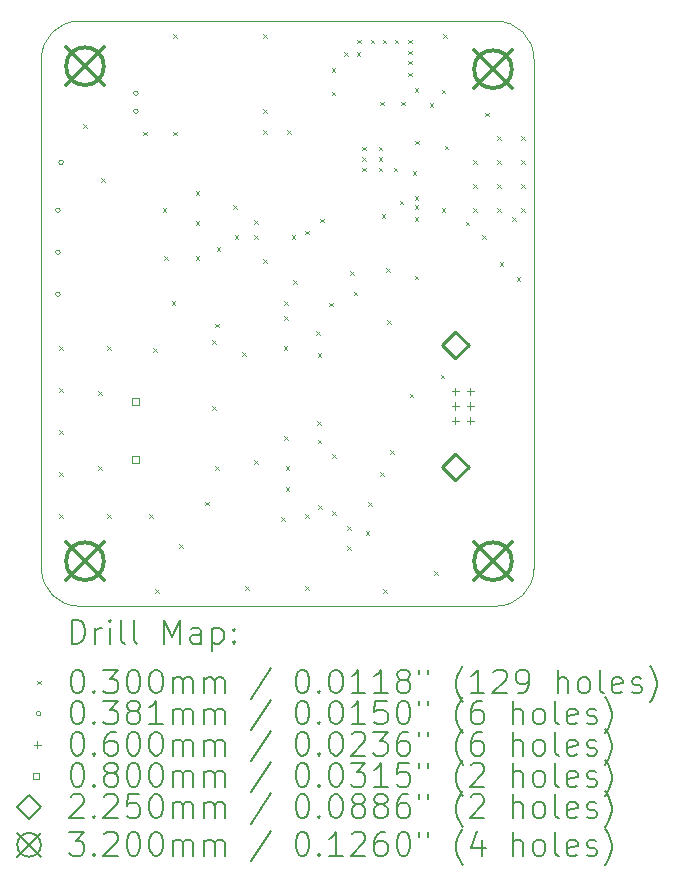
<source format=gbr>
%TF.GenerationSoftware,KiCad,Pcbnew,8.0.9-8.0.9-0~ubuntu24.04.1*%
%TF.CreationDate,2025-06-07T19:07:08-04:00*%
%TF.ProjectId,Sensor Board,53656e73-6f72-4204-926f-6172642e6b69,rev?*%
%TF.SameCoordinates,Original*%
%TF.FileFunction,Drillmap*%
%TF.FilePolarity,Positive*%
%FSLAX45Y45*%
G04 Gerber Fmt 4.5, Leading zero omitted, Abs format (unit mm)*
G04 Created by KiCad (PCBNEW 8.0.9-8.0.9-0~ubuntu24.04.1) date 2025-06-07 19:07:08*
%MOMM*%
%LPD*%
G01*
G04 APERTURE LIST*
%ADD10C,0.100000*%
%ADD11C,0.200000*%
%ADD12C,0.225000*%
%ADD13C,0.320000*%
G04 APERTURE END LIST*
D10*
X22025894Y-10414000D02*
X18491200Y-10414000D01*
X22025894Y-5461000D02*
G75*
G02*
X22343390Y-5778500I-4J-317500D01*
G01*
X18491200Y-10414000D02*
G75*
G02*
X18173700Y-10096500I0J317500D01*
G01*
X18173700Y-5778500D02*
G75*
G02*
X18491200Y-5461000I317500J0D01*
G01*
X18491200Y-5461000D02*
X22025894Y-5461000D01*
X18173700Y-10096500D02*
X18173700Y-5778500D01*
X22343394Y-5778500D02*
X22343394Y-10096500D01*
X22343394Y-10096500D02*
G75*
G02*
X22025894Y-10414004I-317504J0D01*
G01*
D11*
D10*
X18323800Y-8214600D02*
X18353800Y-8244600D01*
X18353800Y-8214600D02*
X18323800Y-8244600D01*
X18323800Y-8570200D02*
X18353800Y-8600200D01*
X18353800Y-8570200D02*
X18323800Y-8600200D01*
X18323800Y-8925800D02*
X18353800Y-8955800D01*
X18353800Y-8925800D02*
X18323800Y-8955800D01*
X18323800Y-9281400D02*
X18353800Y-9311400D01*
X18353800Y-9281400D02*
X18323800Y-9311400D01*
X18323800Y-9637000D02*
X18353800Y-9667000D01*
X18353800Y-9637000D02*
X18323800Y-9667000D01*
X18527000Y-6335000D02*
X18557000Y-6365000D01*
X18557000Y-6335000D02*
X18527000Y-6365000D01*
X18654000Y-8595600D02*
X18684000Y-8625600D01*
X18684000Y-8595600D02*
X18654000Y-8625600D01*
X18654000Y-9230600D02*
X18684000Y-9260600D01*
X18684000Y-9230600D02*
X18654000Y-9260600D01*
X18679400Y-6792200D02*
X18709400Y-6822200D01*
X18709400Y-6792200D02*
X18679400Y-6822200D01*
X18730200Y-8214600D02*
X18760200Y-8244600D01*
X18760200Y-8214600D02*
X18730200Y-8244600D01*
X18730200Y-9637000D02*
X18760200Y-9667000D01*
X18760200Y-9637000D02*
X18730200Y-9667000D01*
X19035000Y-6398500D02*
X19065000Y-6428500D01*
X19065000Y-6398500D02*
X19035000Y-6428500D01*
X19085800Y-9637000D02*
X19115800Y-9667000D01*
X19115800Y-9637000D02*
X19085800Y-9667000D01*
X19119234Y-8231966D02*
X19149234Y-8261966D01*
X19149234Y-8231966D02*
X19119234Y-8261966D01*
X19136600Y-10272000D02*
X19166600Y-10302000D01*
X19166600Y-10272000D02*
X19136600Y-10302000D01*
X19200100Y-7046200D02*
X19230100Y-7076200D01*
X19230100Y-7046200D02*
X19200100Y-7076200D01*
X19212800Y-7452600D02*
X19242800Y-7482600D01*
X19242800Y-7452600D02*
X19212800Y-7482600D01*
X19276300Y-7833600D02*
X19306300Y-7863600D01*
X19306300Y-7833600D02*
X19276300Y-7863600D01*
X19289000Y-5573000D02*
X19319000Y-5603000D01*
X19319000Y-5573000D02*
X19289000Y-5603000D01*
X19289000Y-6398500D02*
X19319000Y-6428500D01*
X19319000Y-6398500D02*
X19289000Y-6428500D01*
X19339800Y-9891000D02*
X19369800Y-9921000D01*
X19369800Y-9891000D02*
X19339800Y-9921000D01*
X19479500Y-6900850D02*
X19509500Y-6930850D01*
X19509500Y-6900850D02*
X19479500Y-6930850D01*
X19479500Y-7154850D02*
X19509500Y-7184850D01*
X19509500Y-7154850D02*
X19479500Y-7184850D01*
X19479500Y-7452600D02*
X19509500Y-7482600D01*
X19509500Y-7452600D02*
X19479500Y-7482600D01*
X19558240Y-9527780D02*
X19588240Y-9557780D01*
X19588240Y-9527780D02*
X19558240Y-9557780D01*
X19619200Y-8163800D02*
X19649200Y-8193800D01*
X19649200Y-8163800D02*
X19619200Y-8193800D01*
X19619200Y-8722600D02*
X19649200Y-8752600D01*
X19649200Y-8722600D02*
X19619200Y-8752600D01*
X19644600Y-8021080D02*
X19674600Y-8051080D01*
X19674600Y-8021080D02*
X19644600Y-8051080D01*
X19644600Y-9230600D02*
X19674600Y-9260600D01*
X19674600Y-9230600D02*
X19644600Y-9260600D01*
X19657300Y-7376400D02*
X19687300Y-7406400D01*
X19687300Y-7376400D02*
X19657300Y-7406400D01*
X19797000Y-7020800D02*
X19827000Y-7050800D01*
X19827000Y-7020800D02*
X19797000Y-7050800D01*
X19809700Y-7274800D02*
X19839700Y-7304800D01*
X19839700Y-7274800D02*
X19809700Y-7304800D01*
X19873200Y-8265400D02*
X19903200Y-8295400D01*
X19903200Y-8265400D02*
X19873200Y-8295400D01*
X19898600Y-10246600D02*
X19928600Y-10276600D01*
X19928600Y-10246600D02*
X19898600Y-10276600D01*
X19974800Y-7147800D02*
X20004800Y-7177800D01*
X20004800Y-7147800D02*
X19974800Y-7177800D01*
X19974800Y-7274800D02*
X20004800Y-7304800D01*
X20004800Y-7274800D02*
X19974800Y-7304800D01*
X19974800Y-9179800D02*
X20004800Y-9209800D01*
X20004800Y-9179800D02*
X19974800Y-9209800D01*
X20051000Y-5573000D02*
X20081000Y-5603000D01*
X20081000Y-5573000D02*
X20051000Y-5603000D01*
X20051000Y-6208000D02*
X20081000Y-6238000D01*
X20081000Y-6208000D02*
X20051000Y-6238000D01*
X20051000Y-6385800D02*
X20081000Y-6415800D01*
X20081000Y-6385800D02*
X20051000Y-6415800D01*
X20051000Y-7478000D02*
X20081000Y-7508000D01*
X20081000Y-7478000D02*
X20051000Y-7508000D01*
X20203400Y-9662400D02*
X20233400Y-9692400D01*
X20233400Y-9662400D02*
X20203400Y-9692400D01*
X20226260Y-8214600D02*
X20256260Y-8244600D01*
X20256260Y-8214600D02*
X20226260Y-8244600D01*
X20228800Y-7833600D02*
X20258800Y-7863600D01*
X20258800Y-7833600D02*
X20228800Y-7863600D01*
X20228800Y-7960600D02*
X20258800Y-7990600D01*
X20258800Y-7960600D02*
X20228800Y-7990600D01*
X20228800Y-8976600D02*
X20258800Y-9006600D01*
X20258800Y-8976600D02*
X20228800Y-9006600D01*
X20241500Y-9230600D02*
X20271500Y-9260600D01*
X20271500Y-9230600D02*
X20241500Y-9260600D01*
X20241500Y-9408400D02*
X20271500Y-9438400D01*
X20271500Y-9408400D02*
X20241500Y-9438400D01*
X20254200Y-6385800D02*
X20284200Y-6415800D01*
X20284200Y-6385800D02*
X20254200Y-6415800D01*
X20292300Y-7274800D02*
X20322300Y-7304800D01*
X20322300Y-7274800D02*
X20292300Y-7304800D01*
X20305000Y-7655800D02*
X20335000Y-7685800D01*
X20335000Y-7655800D02*
X20305000Y-7685800D01*
X20406600Y-7236700D02*
X20436600Y-7266700D01*
X20436600Y-7236700D02*
X20406600Y-7266700D01*
X20406600Y-9637000D02*
X20436600Y-9667000D01*
X20436600Y-9637000D02*
X20406600Y-9667000D01*
X20406600Y-10246600D02*
X20436600Y-10276600D01*
X20436600Y-10246600D02*
X20406600Y-10276600D01*
X20498040Y-8087600D02*
X20528040Y-8117600D01*
X20528040Y-8087600D02*
X20498040Y-8117600D01*
X20508200Y-8849600D02*
X20538200Y-8879600D01*
X20538200Y-8849600D02*
X20508200Y-8879600D01*
X20513280Y-8270480D02*
X20543280Y-8300480D01*
X20543280Y-8270480D02*
X20513280Y-8300480D01*
X20514281Y-9003256D02*
X20544281Y-9033256D01*
X20544281Y-9003256D02*
X20514281Y-9033256D01*
X20515800Y-9560800D02*
X20545800Y-9590800D01*
X20545800Y-9560800D02*
X20515800Y-9590800D01*
X20533600Y-7135100D02*
X20563600Y-7165100D01*
X20563600Y-7135100D02*
X20533600Y-7165100D01*
X20609800Y-7846300D02*
X20639800Y-7876300D01*
X20639800Y-7846300D02*
X20609800Y-7876300D01*
X20630120Y-5857480D02*
X20660120Y-5887480D01*
X20660120Y-5857480D02*
X20630120Y-5887480D01*
X20630120Y-6057750D02*
X20660120Y-6087750D01*
X20660120Y-6057750D02*
X20630120Y-6087750D01*
X20635200Y-9129000D02*
X20665200Y-9159000D01*
X20665200Y-9129000D02*
X20635200Y-9159000D01*
X20635200Y-9611600D02*
X20665200Y-9641600D01*
X20665200Y-9611600D02*
X20635200Y-9641600D01*
X20736800Y-5725400D02*
X20766800Y-5755400D01*
X20766800Y-5725400D02*
X20736800Y-5755400D01*
X20762200Y-9738600D02*
X20792200Y-9768600D01*
X20792200Y-9738600D02*
X20762200Y-9768600D01*
X20762200Y-9905850D02*
X20792200Y-9935850D01*
X20792200Y-9905850D02*
X20762200Y-9935850D01*
X20787600Y-7579600D02*
X20817600Y-7609600D01*
X20817600Y-7579600D02*
X20787600Y-7609600D01*
X20816020Y-7752320D02*
X20846020Y-7782320D01*
X20846020Y-7752320D02*
X20816020Y-7782320D01*
X20843480Y-5725400D02*
X20873480Y-5755400D01*
X20873480Y-5725400D02*
X20843480Y-5755400D01*
X20848560Y-5618720D02*
X20878560Y-5648720D01*
X20878560Y-5618720D02*
X20848560Y-5648720D01*
X20889200Y-6525500D02*
X20919200Y-6555500D01*
X20919200Y-6525500D02*
X20889200Y-6555500D01*
X20889200Y-6614400D02*
X20919200Y-6644400D01*
X20919200Y-6614400D02*
X20889200Y-6644400D01*
X20889200Y-6703300D02*
X20919200Y-6733300D01*
X20919200Y-6703300D02*
X20889200Y-6733300D01*
X20921100Y-9778850D02*
X20951100Y-9808850D01*
X20951100Y-9778850D02*
X20921100Y-9808850D01*
X20940000Y-9535400D02*
X20970000Y-9565400D01*
X20970000Y-9535400D02*
X20940000Y-9565400D01*
X20962860Y-5618720D02*
X20992860Y-5648720D01*
X20992860Y-5618720D02*
X20962860Y-5648720D01*
X21028900Y-6525500D02*
X21058900Y-6555500D01*
X21058900Y-6525500D02*
X21028900Y-6555500D01*
X21028900Y-6614400D02*
X21058900Y-6644400D01*
X21058900Y-6614400D02*
X21028900Y-6644400D01*
X21028900Y-6703300D02*
X21058900Y-6733300D01*
X21058900Y-6703300D02*
X21028900Y-6733300D01*
X21041600Y-6144500D02*
X21071600Y-6174500D01*
X21071600Y-6144500D02*
X21041600Y-6174500D01*
X21041600Y-9281400D02*
X21071600Y-9311400D01*
X21071600Y-9281400D02*
X21041600Y-9311400D01*
X21054300Y-7097000D02*
X21084300Y-7127000D01*
X21084300Y-7097000D02*
X21054300Y-7127000D01*
X21064460Y-5618720D02*
X21094460Y-5648720D01*
X21094460Y-5618720D02*
X21064460Y-5648720D01*
X21067000Y-10272000D02*
X21097000Y-10302000D01*
X21097000Y-10272000D02*
X21067000Y-10302000D01*
X21092400Y-7554200D02*
X21122400Y-7584200D01*
X21122400Y-7554200D02*
X21092400Y-7584200D01*
X21102560Y-7991080D02*
X21132560Y-8021080D01*
X21132560Y-7991080D02*
X21102560Y-8021080D01*
X21127960Y-9093440D02*
X21157960Y-9123440D01*
X21157960Y-9093440D02*
X21127960Y-9123440D01*
X21154520Y-6703300D02*
X21184520Y-6733300D01*
X21184520Y-6703300D02*
X21154520Y-6733300D01*
X21166060Y-5618720D02*
X21196060Y-5648720D01*
X21196060Y-5618720D02*
X21166060Y-5648720D01*
X21206700Y-6982700D02*
X21236700Y-7012700D01*
X21236700Y-6982700D02*
X21206700Y-7012700D01*
X21219400Y-6144500D02*
X21249400Y-6174500D01*
X21249400Y-6144500D02*
X21219400Y-6174500D01*
X21280360Y-5618720D02*
X21310360Y-5648720D01*
X21310360Y-5618720D02*
X21280360Y-5648720D01*
X21280360Y-5710160D02*
X21310360Y-5740160D01*
X21310360Y-5710160D02*
X21280360Y-5740160D01*
X21280360Y-5796520D02*
X21310360Y-5826520D01*
X21310360Y-5796520D02*
X21280360Y-5826520D01*
X21280360Y-5898120D02*
X21310360Y-5928120D01*
X21310360Y-5898120D02*
X21280360Y-5928120D01*
X21290520Y-8615920D02*
X21320520Y-8645920D01*
X21320520Y-8615920D02*
X21290520Y-8645920D01*
X21315920Y-6731240D02*
X21345920Y-6761240D01*
X21345920Y-6731240D02*
X21315920Y-6761240D01*
X21333700Y-6030200D02*
X21363700Y-6060200D01*
X21363700Y-6030200D02*
X21333700Y-6060200D01*
X21333700Y-6944600D02*
X21363700Y-6974600D01*
X21363700Y-6944600D02*
X21333700Y-6974600D01*
X21333700Y-7020800D02*
X21363700Y-7050800D01*
X21363700Y-7020800D02*
X21333700Y-7050800D01*
X21333700Y-7122400D02*
X21363700Y-7152400D01*
X21363700Y-7122400D02*
X21333700Y-7152400D01*
X21333700Y-7617700D02*
X21363700Y-7647700D01*
X21363700Y-7617700D02*
X21333700Y-7647700D01*
X21339321Y-6472160D02*
X21369321Y-6502160D01*
X21369321Y-6472160D02*
X21339321Y-6502160D01*
X21460700Y-6157200D02*
X21490700Y-6187200D01*
X21490700Y-6157200D02*
X21460700Y-6187200D01*
X21498800Y-10119600D02*
X21528800Y-10149600D01*
X21528800Y-10119600D02*
X21498800Y-10149600D01*
X21554680Y-8455520D02*
X21584680Y-8485520D01*
X21584680Y-8455520D02*
X21554680Y-8485520D01*
X21562300Y-6042900D02*
X21592300Y-6072900D01*
X21592300Y-6042900D02*
X21562300Y-6072900D01*
X21562300Y-7046200D02*
X21592300Y-7076200D01*
X21592300Y-7046200D02*
X21562300Y-7076200D01*
X21575000Y-5573000D02*
X21605000Y-5603000D01*
X21605000Y-5573000D02*
X21575000Y-5603000D01*
X21586430Y-6514070D02*
X21616430Y-6544070D01*
X21616430Y-6514070D02*
X21586430Y-6544070D01*
X21765500Y-7160500D02*
X21795500Y-7190500D01*
X21795500Y-7160500D02*
X21765500Y-7190500D01*
X21829000Y-6639800D02*
X21859000Y-6669800D01*
X21859000Y-6639800D02*
X21829000Y-6669800D01*
X21829000Y-6843000D02*
X21859000Y-6873000D01*
X21859000Y-6843000D02*
X21829000Y-6873000D01*
X21829000Y-7046200D02*
X21859000Y-7076200D01*
X21859000Y-7046200D02*
X21829000Y-7076200D01*
X21905200Y-7274800D02*
X21935200Y-7304800D01*
X21935200Y-7274800D02*
X21905200Y-7304800D01*
X21930600Y-6235000D02*
X21960600Y-6265000D01*
X21960600Y-6235000D02*
X21930600Y-6265000D01*
X22032200Y-6436600D02*
X22062200Y-6466600D01*
X22062200Y-6436600D02*
X22032200Y-6466600D01*
X22032200Y-6639800D02*
X22062200Y-6669800D01*
X22062200Y-6639800D02*
X22032200Y-6669800D01*
X22032200Y-6843000D02*
X22062200Y-6873000D01*
X22062200Y-6843000D02*
X22032200Y-6873000D01*
X22032200Y-7046200D02*
X22062200Y-7076200D01*
X22062200Y-7046200D02*
X22032200Y-7076200D01*
X22052520Y-7503400D02*
X22082520Y-7533400D01*
X22082520Y-7503400D02*
X22052520Y-7533400D01*
X22159200Y-7122400D02*
X22189200Y-7152400D01*
X22189200Y-7122400D02*
X22159200Y-7152400D01*
X22197300Y-7630400D02*
X22227300Y-7660400D01*
X22227300Y-7630400D02*
X22197300Y-7660400D01*
X22235400Y-6436600D02*
X22265400Y-6466600D01*
X22265400Y-6436600D02*
X22235400Y-6466600D01*
X22235400Y-6639800D02*
X22265400Y-6669800D01*
X22265400Y-6639800D02*
X22235400Y-6669800D01*
X22235400Y-6843000D02*
X22265400Y-6873000D01*
X22265400Y-6843000D02*
X22235400Y-6873000D01*
X22235400Y-7046200D02*
X22265400Y-7076200D01*
X22265400Y-7046200D02*
X22235400Y-7076200D01*
X18332450Y-7061200D02*
G75*
G02*
X18294350Y-7061200I-19050J0D01*
G01*
X18294350Y-7061200D02*
G75*
G02*
X18332450Y-7061200I19050J0D01*
G01*
X18332450Y-7416800D02*
G75*
G02*
X18294350Y-7416800I-19050J0D01*
G01*
X18294350Y-7416800D02*
G75*
G02*
X18332450Y-7416800I19050J0D01*
G01*
X18332450Y-7772400D02*
G75*
G02*
X18294350Y-7772400I-19050J0D01*
G01*
X18294350Y-7772400D02*
G75*
G02*
X18332450Y-7772400I19050J0D01*
G01*
X18359450Y-6656400D02*
G75*
G02*
X18321350Y-6656400I-19050J0D01*
G01*
X18321350Y-6656400D02*
G75*
G02*
X18359450Y-6656400I19050J0D01*
G01*
X18992850Y-6070600D02*
G75*
G02*
X18954750Y-6070600I-19050J0D01*
G01*
X18954750Y-6070600D02*
G75*
G02*
X18992850Y-6070600I19050J0D01*
G01*
X18992850Y-6223000D02*
G75*
G02*
X18954750Y-6223000I-19050J0D01*
G01*
X18954750Y-6223000D02*
G75*
G02*
X18992850Y-6223000I19050J0D01*
G01*
X21678900Y-8564200D02*
X21678900Y-8624200D01*
X21648900Y-8594200D02*
X21708900Y-8594200D01*
X21678900Y-8689200D02*
X21678900Y-8749200D01*
X21648900Y-8719200D02*
X21708900Y-8719200D01*
X21678900Y-8814200D02*
X21678900Y-8874200D01*
X21648900Y-8844200D02*
X21708900Y-8844200D01*
X21803900Y-8564200D02*
X21803900Y-8624200D01*
X21773900Y-8594200D02*
X21833900Y-8594200D01*
X21803900Y-8689200D02*
X21803900Y-8749200D01*
X21773900Y-8719200D02*
X21833900Y-8719200D01*
X21803900Y-8814200D02*
X21803900Y-8874200D01*
X21773900Y-8844200D02*
X21833900Y-8844200D01*
X19000285Y-8711435D02*
X19000285Y-8654866D01*
X18943716Y-8654866D01*
X18943716Y-8711435D01*
X19000285Y-8711435D01*
X19000285Y-9199435D02*
X19000285Y-9142866D01*
X18943716Y-9142866D01*
X18943716Y-9199435D01*
X19000285Y-9199435D01*
D12*
X21678900Y-8316700D02*
X21791400Y-8204200D01*
X21678900Y-8091700D01*
X21566400Y-8204200D01*
X21678900Y-8316700D01*
X21678900Y-9346700D02*
X21791400Y-9234200D01*
X21678900Y-9121700D01*
X21566400Y-9234200D01*
X21678900Y-9346700D01*
D13*
X18382000Y-5682000D02*
X18702000Y-6002000D01*
X18702000Y-5682000D02*
X18382000Y-6002000D01*
X18702000Y-5842000D02*
G75*
G02*
X18382000Y-5842000I-160000J0D01*
G01*
X18382000Y-5842000D02*
G75*
G02*
X18702000Y-5842000I160000J0D01*
G01*
X18382000Y-9873000D02*
X18702000Y-10193000D01*
X18702000Y-9873000D02*
X18382000Y-10193000D01*
X18702000Y-10033000D02*
G75*
G02*
X18382000Y-10033000I-160000J0D01*
G01*
X18382000Y-10033000D02*
G75*
G02*
X18702000Y-10033000I160000J0D01*
G01*
X21836400Y-5707400D02*
X22156400Y-6027400D01*
X22156400Y-5707400D02*
X21836400Y-6027400D01*
X22156400Y-5867400D02*
G75*
G02*
X21836400Y-5867400I-160000J0D01*
G01*
X21836400Y-5867400D02*
G75*
G02*
X22156400Y-5867400I160000J0D01*
G01*
X21836400Y-9873000D02*
X22156400Y-10193000D01*
X22156400Y-9873000D02*
X21836400Y-10193000D01*
X22156400Y-10033000D02*
G75*
G02*
X21836400Y-10033000I-160000J0D01*
G01*
X21836400Y-10033000D02*
G75*
G02*
X22156400Y-10033000I160000J0D01*
G01*
D11*
X18429477Y-10730484D02*
X18429477Y-10530484D01*
X18429477Y-10530484D02*
X18477096Y-10530484D01*
X18477096Y-10530484D02*
X18505667Y-10540008D01*
X18505667Y-10540008D02*
X18524715Y-10559055D01*
X18524715Y-10559055D02*
X18534239Y-10578103D01*
X18534239Y-10578103D02*
X18543763Y-10616198D01*
X18543763Y-10616198D02*
X18543763Y-10644770D01*
X18543763Y-10644770D02*
X18534239Y-10682865D01*
X18534239Y-10682865D02*
X18524715Y-10701912D01*
X18524715Y-10701912D02*
X18505667Y-10720960D01*
X18505667Y-10720960D02*
X18477096Y-10730484D01*
X18477096Y-10730484D02*
X18429477Y-10730484D01*
X18629477Y-10730484D02*
X18629477Y-10597150D01*
X18629477Y-10635246D02*
X18639001Y-10616198D01*
X18639001Y-10616198D02*
X18648524Y-10606674D01*
X18648524Y-10606674D02*
X18667572Y-10597150D01*
X18667572Y-10597150D02*
X18686620Y-10597150D01*
X18753286Y-10730484D02*
X18753286Y-10597150D01*
X18753286Y-10530484D02*
X18743763Y-10540008D01*
X18743763Y-10540008D02*
X18753286Y-10549531D01*
X18753286Y-10549531D02*
X18762810Y-10540008D01*
X18762810Y-10540008D02*
X18753286Y-10530484D01*
X18753286Y-10530484D02*
X18753286Y-10549531D01*
X18877096Y-10730484D02*
X18858048Y-10720960D01*
X18858048Y-10720960D02*
X18848524Y-10701912D01*
X18848524Y-10701912D02*
X18848524Y-10530484D01*
X18981858Y-10730484D02*
X18962810Y-10720960D01*
X18962810Y-10720960D02*
X18953286Y-10701912D01*
X18953286Y-10701912D02*
X18953286Y-10530484D01*
X19210429Y-10730484D02*
X19210429Y-10530484D01*
X19210429Y-10530484D02*
X19277096Y-10673341D01*
X19277096Y-10673341D02*
X19343763Y-10530484D01*
X19343763Y-10530484D02*
X19343763Y-10730484D01*
X19524715Y-10730484D02*
X19524715Y-10625722D01*
X19524715Y-10625722D02*
X19515191Y-10606674D01*
X19515191Y-10606674D02*
X19496144Y-10597150D01*
X19496144Y-10597150D02*
X19458048Y-10597150D01*
X19458048Y-10597150D02*
X19439001Y-10606674D01*
X19524715Y-10720960D02*
X19505667Y-10730484D01*
X19505667Y-10730484D02*
X19458048Y-10730484D01*
X19458048Y-10730484D02*
X19439001Y-10720960D01*
X19439001Y-10720960D02*
X19429477Y-10701912D01*
X19429477Y-10701912D02*
X19429477Y-10682865D01*
X19429477Y-10682865D02*
X19439001Y-10663817D01*
X19439001Y-10663817D02*
X19458048Y-10654293D01*
X19458048Y-10654293D02*
X19505667Y-10654293D01*
X19505667Y-10654293D02*
X19524715Y-10644770D01*
X19619953Y-10597150D02*
X19619953Y-10797150D01*
X19619953Y-10606674D02*
X19639001Y-10597150D01*
X19639001Y-10597150D02*
X19677096Y-10597150D01*
X19677096Y-10597150D02*
X19696144Y-10606674D01*
X19696144Y-10606674D02*
X19705667Y-10616198D01*
X19705667Y-10616198D02*
X19715191Y-10635246D01*
X19715191Y-10635246D02*
X19715191Y-10692389D01*
X19715191Y-10692389D02*
X19705667Y-10711436D01*
X19705667Y-10711436D02*
X19696144Y-10720960D01*
X19696144Y-10720960D02*
X19677096Y-10730484D01*
X19677096Y-10730484D02*
X19639001Y-10730484D01*
X19639001Y-10730484D02*
X19619953Y-10720960D01*
X19800905Y-10711436D02*
X19810429Y-10720960D01*
X19810429Y-10720960D02*
X19800905Y-10730484D01*
X19800905Y-10730484D02*
X19791382Y-10720960D01*
X19791382Y-10720960D02*
X19800905Y-10711436D01*
X19800905Y-10711436D02*
X19800905Y-10730484D01*
X19800905Y-10606674D02*
X19810429Y-10616198D01*
X19810429Y-10616198D02*
X19800905Y-10625722D01*
X19800905Y-10625722D02*
X19791382Y-10616198D01*
X19791382Y-10616198D02*
X19800905Y-10606674D01*
X19800905Y-10606674D02*
X19800905Y-10625722D01*
D10*
X18138700Y-11044000D02*
X18168700Y-11074000D01*
X18168700Y-11044000D02*
X18138700Y-11074000D01*
D11*
X18467572Y-10950484D02*
X18486620Y-10950484D01*
X18486620Y-10950484D02*
X18505667Y-10960008D01*
X18505667Y-10960008D02*
X18515191Y-10969531D01*
X18515191Y-10969531D02*
X18524715Y-10988579D01*
X18524715Y-10988579D02*
X18534239Y-11026674D01*
X18534239Y-11026674D02*
X18534239Y-11074293D01*
X18534239Y-11074293D02*
X18524715Y-11112389D01*
X18524715Y-11112389D02*
X18515191Y-11131436D01*
X18515191Y-11131436D02*
X18505667Y-11140960D01*
X18505667Y-11140960D02*
X18486620Y-11150484D01*
X18486620Y-11150484D02*
X18467572Y-11150484D01*
X18467572Y-11150484D02*
X18448524Y-11140960D01*
X18448524Y-11140960D02*
X18439001Y-11131436D01*
X18439001Y-11131436D02*
X18429477Y-11112389D01*
X18429477Y-11112389D02*
X18419953Y-11074293D01*
X18419953Y-11074293D02*
X18419953Y-11026674D01*
X18419953Y-11026674D02*
X18429477Y-10988579D01*
X18429477Y-10988579D02*
X18439001Y-10969531D01*
X18439001Y-10969531D02*
X18448524Y-10960008D01*
X18448524Y-10960008D02*
X18467572Y-10950484D01*
X18619953Y-11131436D02*
X18629477Y-11140960D01*
X18629477Y-11140960D02*
X18619953Y-11150484D01*
X18619953Y-11150484D02*
X18610429Y-11140960D01*
X18610429Y-11140960D02*
X18619953Y-11131436D01*
X18619953Y-11131436D02*
X18619953Y-11150484D01*
X18696144Y-10950484D02*
X18819953Y-10950484D01*
X18819953Y-10950484D02*
X18753286Y-11026674D01*
X18753286Y-11026674D02*
X18781858Y-11026674D01*
X18781858Y-11026674D02*
X18800905Y-11036198D01*
X18800905Y-11036198D02*
X18810429Y-11045722D01*
X18810429Y-11045722D02*
X18819953Y-11064770D01*
X18819953Y-11064770D02*
X18819953Y-11112389D01*
X18819953Y-11112389D02*
X18810429Y-11131436D01*
X18810429Y-11131436D02*
X18800905Y-11140960D01*
X18800905Y-11140960D02*
X18781858Y-11150484D01*
X18781858Y-11150484D02*
X18724715Y-11150484D01*
X18724715Y-11150484D02*
X18705667Y-11140960D01*
X18705667Y-11140960D02*
X18696144Y-11131436D01*
X18943763Y-10950484D02*
X18962810Y-10950484D01*
X18962810Y-10950484D02*
X18981858Y-10960008D01*
X18981858Y-10960008D02*
X18991382Y-10969531D01*
X18991382Y-10969531D02*
X19000905Y-10988579D01*
X19000905Y-10988579D02*
X19010429Y-11026674D01*
X19010429Y-11026674D02*
X19010429Y-11074293D01*
X19010429Y-11074293D02*
X19000905Y-11112389D01*
X19000905Y-11112389D02*
X18991382Y-11131436D01*
X18991382Y-11131436D02*
X18981858Y-11140960D01*
X18981858Y-11140960D02*
X18962810Y-11150484D01*
X18962810Y-11150484D02*
X18943763Y-11150484D01*
X18943763Y-11150484D02*
X18924715Y-11140960D01*
X18924715Y-11140960D02*
X18915191Y-11131436D01*
X18915191Y-11131436D02*
X18905667Y-11112389D01*
X18905667Y-11112389D02*
X18896144Y-11074293D01*
X18896144Y-11074293D02*
X18896144Y-11026674D01*
X18896144Y-11026674D02*
X18905667Y-10988579D01*
X18905667Y-10988579D02*
X18915191Y-10969531D01*
X18915191Y-10969531D02*
X18924715Y-10960008D01*
X18924715Y-10960008D02*
X18943763Y-10950484D01*
X19134239Y-10950484D02*
X19153286Y-10950484D01*
X19153286Y-10950484D02*
X19172334Y-10960008D01*
X19172334Y-10960008D02*
X19181858Y-10969531D01*
X19181858Y-10969531D02*
X19191382Y-10988579D01*
X19191382Y-10988579D02*
X19200905Y-11026674D01*
X19200905Y-11026674D02*
X19200905Y-11074293D01*
X19200905Y-11074293D02*
X19191382Y-11112389D01*
X19191382Y-11112389D02*
X19181858Y-11131436D01*
X19181858Y-11131436D02*
X19172334Y-11140960D01*
X19172334Y-11140960D02*
X19153286Y-11150484D01*
X19153286Y-11150484D02*
X19134239Y-11150484D01*
X19134239Y-11150484D02*
X19115191Y-11140960D01*
X19115191Y-11140960D02*
X19105667Y-11131436D01*
X19105667Y-11131436D02*
X19096144Y-11112389D01*
X19096144Y-11112389D02*
X19086620Y-11074293D01*
X19086620Y-11074293D02*
X19086620Y-11026674D01*
X19086620Y-11026674D02*
X19096144Y-10988579D01*
X19096144Y-10988579D02*
X19105667Y-10969531D01*
X19105667Y-10969531D02*
X19115191Y-10960008D01*
X19115191Y-10960008D02*
X19134239Y-10950484D01*
X19286620Y-11150484D02*
X19286620Y-11017150D01*
X19286620Y-11036198D02*
X19296144Y-11026674D01*
X19296144Y-11026674D02*
X19315191Y-11017150D01*
X19315191Y-11017150D02*
X19343763Y-11017150D01*
X19343763Y-11017150D02*
X19362810Y-11026674D01*
X19362810Y-11026674D02*
X19372334Y-11045722D01*
X19372334Y-11045722D02*
X19372334Y-11150484D01*
X19372334Y-11045722D02*
X19381858Y-11026674D01*
X19381858Y-11026674D02*
X19400905Y-11017150D01*
X19400905Y-11017150D02*
X19429477Y-11017150D01*
X19429477Y-11017150D02*
X19448525Y-11026674D01*
X19448525Y-11026674D02*
X19458048Y-11045722D01*
X19458048Y-11045722D02*
X19458048Y-11150484D01*
X19553286Y-11150484D02*
X19553286Y-11017150D01*
X19553286Y-11036198D02*
X19562810Y-11026674D01*
X19562810Y-11026674D02*
X19581858Y-11017150D01*
X19581858Y-11017150D02*
X19610429Y-11017150D01*
X19610429Y-11017150D02*
X19629477Y-11026674D01*
X19629477Y-11026674D02*
X19639001Y-11045722D01*
X19639001Y-11045722D02*
X19639001Y-11150484D01*
X19639001Y-11045722D02*
X19648525Y-11026674D01*
X19648525Y-11026674D02*
X19667572Y-11017150D01*
X19667572Y-11017150D02*
X19696144Y-11017150D01*
X19696144Y-11017150D02*
X19715191Y-11026674D01*
X19715191Y-11026674D02*
X19724715Y-11045722D01*
X19724715Y-11045722D02*
X19724715Y-11150484D01*
X20115191Y-10940960D02*
X19943763Y-11198103D01*
X20372334Y-10950484D02*
X20391382Y-10950484D01*
X20391382Y-10950484D02*
X20410429Y-10960008D01*
X20410429Y-10960008D02*
X20419953Y-10969531D01*
X20419953Y-10969531D02*
X20429477Y-10988579D01*
X20429477Y-10988579D02*
X20439001Y-11026674D01*
X20439001Y-11026674D02*
X20439001Y-11074293D01*
X20439001Y-11074293D02*
X20429477Y-11112389D01*
X20429477Y-11112389D02*
X20419953Y-11131436D01*
X20419953Y-11131436D02*
X20410429Y-11140960D01*
X20410429Y-11140960D02*
X20391382Y-11150484D01*
X20391382Y-11150484D02*
X20372334Y-11150484D01*
X20372334Y-11150484D02*
X20353287Y-11140960D01*
X20353287Y-11140960D02*
X20343763Y-11131436D01*
X20343763Y-11131436D02*
X20334239Y-11112389D01*
X20334239Y-11112389D02*
X20324715Y-11074293D01*
X20324715Y-11074293D02*
X20324715Y-11026674D01*
X20324715Y-11026674D02*
X20334239Y-10988579D01*
X20334239Y-10988579D02*
X20343763Y-10969531D01*
X20343763Y-10969531D02*
X20353287Y-10960008D01*
X20353287Y-10960008D02*
X20372334Y-10950484D01*
X20524715Y-11131436D02*
X20534239Y-11140960D01*
X20534239Y-11140960D02*
X20524715Y-11150484D01*
X20524715Y-11150484D02*
X20515191Y-11140960D01*
X20515191Y-11140960D02*
X20524715Y-11131436D01*
X20524715Y-11131436D02*
X20524715Y-11150484D01*
X20658048Y-10950484D02*
X20677096Y-10950484D01*
X20677096Y-10950484D02*
X20696144Y-10960008D01*
X20696144Y-10960008D02*
X20705668Y-10969531D01*
X20705668Y-10969531D02*
X20715191Y-10988579D01*
X20715191Y-10988579D02*
X20724715Y-11026674D01*
X20724715Y-11026674D02*
X20724715Y-11074293D01*
X20724715Y-11074293D02*
X20715191Y-11112389D01*
X20715191Y-11112389D02*
X20705668Y-11131436D01*
X20705668Y-11131436D02*
X20696144Y-11140960D01*
X20696144Y-11140960D02*
X20677096Y-11150484D01*
X20677096Y-11150484D02*
X20658048Y-11150484D01*
X20658048Y-11150484D02*
X20639001Y-11140960D01*
X20639001Y-11140960D02*
X20629477Y-11131436D01*
X20629477Y-11131436D02*
X20619953Y-11112389D01*
X20619953Y-11112389D02*
X20610429Y-11074293D01*
X20610429Y-11074293D02*
X20610429Y-11026674D01*
X20610429Y-11026674D02*
X20619953Y-10988579D01*
X20619953Y-10988579D02*
X20629477Y-10969531D01*
X20629477Y-10969531D02*
X20639001Y-10960008D01*
X20639001Y-10960008D02*
X20658048Y-10950484D01*
X20915191Y-11150484D02*
X20800906Y-11150484D01*
X20858048Y-11150484D02*
X20858048Y-10950484D01*
X20858048Y-10950484D02*
X20839001Y-10979055D01*
X20839001Y-10979055D02*
X20819953Y-10998103D01*
X20819953Y-10998103D02*
X20800906Y-11007627D01*
X21105668Y-11150484D02*
X20991382Y-11150484D01*
X21048525Y-11150484D02*
X21048525Y-10950484D01*
X21048525Y-10950484D02*
X21029477Y-10979055D01*
X21029477Y-10979055D02*
X21010429Y-10998103D01*
X21010429Y-10998103D02*
X20991382Y-11007627D01*
X21219953Y-11036198D02*
X21200906Y-11026674D01*
X21200906Y-11026674D02*
X21191382Y-11017150D01*
X21191382Y-11017150D02*
X21181858Y-10998103D01*
X21181858Y-10998103D02*
X21181858Y-10988579D01*
X21181858Y-10988579D02*
X21191382Y-10969531D01*
X21191382Y-10969531D02*
X21200906Y-10960008D01*
X21200906Y-10960008D02*
X21219953Y-10950484D01*
X21219953Y-10950484D02*
X21258049Y-10950484D01*
X21258049Y-10950484D02*
X21277096Y-10960008D01*
X21277096Y-10960008D02*
X21286620Y-10969531D01*
X21286620Y-10969531D02*
X21296144Y-10988579D01*
X21296144Y-10988579D02*
X21296144Y-10998103D01*
X21296144Y-10998103D02*
X21286620Y-11017150D01*
X21286620Y-11017150D02*
X21277096Y-11026674D01*
X21277096Y-11026674D02*
X21258049Y-11036198D01*
X21258049Y-11036198D02*
X21219953Y-11036198D01*
X21219953Y-11036198D02*
X21200906Y-11045722D01*
X21200906Y-11045722D02*
X21191382Y-11055246D01*
X21191382Y-11055246D02*
X21181858Y-11074293D01*
X21181858Y-11074293D02*
X21181858Y-11112389D01*
X21181858Y-11112389D02*
X21191382Y-11131436D01*
X21191382Y-11131436D02*
X21200906Y-11140960D01*
X21200906Y-11140960D02*
X21219953Y-11150484D01*
X21219953Y-11150484D02*
X21258049Y-11150484D01*
X21258049Y-11150484D02*
X21277096Y-11140960D01*
X21277096Y-11140960D02*
X21286620Y-11131436D01*
X21286620Y-11131436D02*
X21296144Y-11112389D01*
X21296144Y-11112389D02*
X21296144Y-11074293D01*
X21296144Y-11074293D02*
X21286620Y-11055246D01*
X21286620Y-11055246D02*
X21277096Y-11045722D01*
X21277096Y-11045722D02*
X21258049Y-11036198D01*
X21372334Y-10950484D02*
X21372334Y-10988579D01*
X21448525Y-10950484D02*
X21448525Y-10988579D01*
X21743763Y-11226674D02*
X21734239Y-11217150D01*
X21734239Y-11217150D02*
X21715191Y-11188579D01*
X21715191Y-11188579D02*
X21705668Y-11169531D01*
X21705668Y-11169531D02*
X21696144Y-11140960D01*
X21696144Y-11140960D02*
X21686620Y-11093341D01*
X21686620Y-11093341D02*
X21686620Y-11055246D01*
X21686620Y-11055246D02*
X21696144Y-11007627D01*
X21696144Y-11007627D02*
X21705668Y-10979055D01*
X21705668Y-10979055D02*
X21715191Y-10960008D01*
X21715191Y-10960008D02*
X21734239Y-10931436D01*
X21734239Y-10931436D02*
X21743763Y-10921912D01*
X21924715Y-11150484D02*
X21810430Y-11150484D01*
X21867572Y-11150484D02*
X21867572Y-10950484D01*
X21867572Y-10950484D02*
X21848525Y-10979055D01*
X21848525Y-10979055D02*
X21829477Y-10998103D01*
X21829477Y-10998103D02*
X21810430Y-11007627D01*
X22000906Y-10969531D02*
X22010430Y-10960008D01*
X22010430Y-10960008D02*
X22029477Y-10950484D01*
X22029477Y-10950484D02*
X22077096Y-10950484D01*
X22077096Y-10950484D02*
X22096144Y-10960008D01*
X22096144Y-10960008D02*
X22105668Y-10969531D01*
X22105668Y-10969531D02*
X22115191Y-10988579D01*
X22115191Y-10988579D02*
X22115191Y-11007627D01*
X22115191Y-11007627D02*
X22105668Y-11036198D01*
X22105668Y-11036198D02*
X21991382Y-11150484D01*
X21991382Y-11150484D02*
X22115191Y-11150484D01*
X22210430Y-11150484D02*
X22248525Y-11150484D01*
X22248525Y-11150484D02*
X22267572Y-11140960D01*
X22267572Y-11140960D02*
X22277096Y-11131436D01*
X22277096Y-11131436D02*
X22296144Y-11102865D01*
X22296144Y-11102865D02*
X22305668Y-11064770D01*
X22305668Y-11064770D02*
X22305668Y-10988579D01*
X22305668Y-10988579D02*
X22296144Y-10969531D01*
X22296144Y-10969531D02*
X22286620Y-10960008D01*
X22286620Y-10960008D02*
X22267572Y-10950484D01*
X22267572Y-10950484D02*
X22229477Y-10950484D01*
X22229477Y-10950484D02*
X22210430Y-10960008D01*
X22210430Y-10960008D02*
X22200906Y-10969531D01*
X22200906Y-10969531D02*
X22191382Y-10988579D01*
X22191382Y-10988579D02*
X22191382Y-11036198D01*
X22191382Y-11036198D02*
X22200906Y-11055246D01*
X22200906Y-11055246D02*
X22210430Y-11064770D01*
X22210430Y-11064770D02*
X22229477Y-11074293D01*
X22229477Y-11074293D02*
X22267572Y-11074293D01*
X22267572Y-11074293D02*
X22286620Y-11064770D01*
X22286620Y-11064770D02*
X22296144Y-11055246D01*
X22296144Y-11055246D02*
X22305668Y-11036198D01*
X22543763Y-11150484D02*
X22543763Y-10950484D01*
X22629477Y-11150484D02*
X22629477Y-11045722D01*
X22629477Y-11045722D02*
X22619953Y-11026674D01*
X22619953Y-11026674D02*
X22600906Y-11017150D01*
X22600906Y-11017150D02*
X22572334Y-11017150D01*
X22572334Y-11017150D02*
X22553287Y-11026674D01*
X22553287Y-11026674D02*
X22543763Y-11036198D01*
X22753287Y-11150484D02*
X22734239Y-11140960D01*
X22734239Y-11140960D02*
X22724715Y-11131436D01*
X22724715Y-11131436D02*
X22715191Y-11112389D01*
X22715191Y-11112389D02*
X22715191Y-11055246D01*
X22715191Y-11055246D02*
X22724715Y-11036198D01*
X22724715Y-11036198D02*
X22734239Y-11026674D01*
X22734239Y-11026674D02*
X22753287Y-11017150D01*
X22753287Y-11017150D02*
X22781858Y-11017150D01*
X22781858Y-11017150D02*
X22800906Y-11026674D01*
X22800906Y-11026674D02*
X22810430Y-11036198D01*
X22810430Y-11036198D02*
X22819953Y-11055246D01*
X22819953Y-11055246D02*
X22819953Y-11112389D01*
X22819953Y-11112389D02*
X22810430Y-11131436D01*
X22810430Y-11131436D02*
X22800906Y-11140960D01*
X22800906Y-11140960D02*
X22781858Y-11150484D01*
X22781858Y-11150484D02*
X22753287Y-11150484D01*
X22934239Y-11150484D02*
X22915191Y-11140960D01*
X22915191Y-11140960D02*
X22905668Y-11121912D01*
X22905668Y-11121912D02*
X22905668Y-10950484D01*
X23086620Y-11140960D02*
X23067572Y-11150484D01*
X23067572Y-11150484D02*
X23029477Y-11150484D01*
X23029477Y-11150484D02*
X23010430Y-11140960D01*
X23010430Y-11140960D02*
X23000906Y-11121912D01*
X23000906Y-11121912D02*
X23000906Y-11045722D01*
X23000906Y-11045722D02*
X23010430Y-11026674D01*
X23010430Y-11026674D02*
X23029477Y-11017150D01*
X23029477Y-11017150D02*
X23067572Y-11017150D01*
X23067572Y-11017150D02*
X23086620Y-11026674D01*
X23086620Y-11026674D02*
X23096144Y-11045722D01*
X23096144Y-11045722D02*
X23096144Y-11064770D01*
X23096144Y-11064770D02*
X23000906Y-11083817D01*
X23172334Y-11140960D02*
X23191382Y-11150484D01*
X23191382Y-11150484D02*
X23229477Y-11150484D01*
X23229477Y-11150484D02*
X23248525Y-11140960D01*
X23248525Y-11140960D02*
X23258049Y-11121912D01*
X23258049Y-11121912D02*
X23258049Y-11112389D01*
X23258049Y-11112389D02*
X23248525Y-11093341D01*
X23248525Y-11093341D02*
X23229477Y-11083817D01*
X23229477Y-11083817D02*
X23200906Y-11083817D01*
X23200906Y-11083817D02*
X23181858Y-11074293D01*
X23181858Y-11074293D02*
X23172334Y-11055246D01*
X23172334Y-11055246D02*
X23172334Y-11045722D01*
X23172334Y-11045722D02*
X23181858Y-11026674D01*
X23181858Y-11026674D02*
X23200906Y-11017150D01*
X23200906Y-11017150D02*
X23229477Y-11017150D01*
X23229477Y-11017150D02*
X23248525Y-11026674D01*
X23324715Y-11226674D02*
X23334239Y-11217150D01*
X23334239Y-11217150D02*
X23353287Y-11188579D01*
X23353287Y-11188579D02*
X23362811Y-11169531D01*
X23362811Y-11169531D02*
X23372334Y-11140960D01*
X23372334Y-11140960D02*
X23381858Y-11093341D01*
X23381858Y-11093341D02*
X23381858Y-11055246D01*
X23381858Y-11055246D02*
X23372334Y-11007627D01*
X23372334Y-11007627D02*
X23362811Y-10979055D01*
X23362811Y-10979055D02*
X23353287Y-10960008D01*
X23353287Y-10960008D02*
X23334239Y-10931436D01*
X23334239Y-10931436D02*
X23324715Y-10921912D01*
D10*
X18168700Y-11323000D02*
G75*
G02*
X18130600Y-11323000I-19050J0D01*
G01*
X18130600Y-11323000D02*
G75*
G02*
X18168700Y-11323000I19050J0D01*
G01*
D11*
X18467572Y-11214484D02*
X18486620Y-11214484D01*
X18486620Y-11214484D02*
X18505667Y-11224008D01*
X18505667Y-11224008D02*
X18515191Y-11233531D01*
X18515191Y-11233531D02*
X18524715Y-11252579D01*
X18524715Y-11252579D02*
X18534239Y-11290674D01*
X18534239Y-11290674D02*
X18534239Y-11338293D01*
X18534239Y-11338293D02*
X18524715Y-11376388D01*
X18524715Y-11376388D02*
X18515191Y-11395436D01*
X18515191Y-11395436D02*
X18505667Y-11404960D01*
X18505667Y-11404960D02*
X18486620Y-11414484D01*
X18486620Y-11414484D02*
X18467572Y-11414484D01*
X18467572Y-11414484D02*
X18448524Y-11404960D01*
X18448524Y-11404960D02*
X18439001Y-11395436D01*
X18439001Y-11395436D02*
X18429477Y-11376388D01*
X18429477Y-11376388D02*
X18419953Y-11338293D01*
X18419953Y-11338293D02*
X18419953Y-11290674D01*
X18419953Y-11290674D02*
X18429477Y-11252579D01*
X18429477Y-11252579D02*
X18439001Y-11233531D01*
X18439001Y-11233531D02*
X18448524Y-11224008D01*
X18448524Y-11224008D02*
X18467572Y-11214484D01*
X18619953Y-11395436D02*
X18629477Y-11404960D01*
X18629477Y-11404960D02*
X18619953Y-11414484D01*
X18619953Y-11414484D02*
X18610429Y-11404960D01*
X18610429Y-11404960D02*
X18619953Y-11395436D01*
X18619953Y-11395436D02*
X18619953Y-11414484D01*
X18696144Y-11214484D02*
X18819953Y-11214484D01*
X18819953Y-11214484D02*
X18753286Y-11290674D01*
X18753286Y-11290674D02*
X18781858Y-11290674D01*
X18781858Y-11290674D02*
X18800905Y-11300198D01*
X18800905Y-11300198D02*
X18810429Y-11309722D01*
X18810429Y-11309722D02*
X18819953Y-11328769D01*
X18819953Y-11328769D02*
X18819953Y-11376388D01*
X18819953Y-11376388D02*
X18810429Y-11395436D01*
X18810429Y-11395436D02*
X18800905Y-11404960D01*
X18800905Y-11404960D02*
X18781858Y-11414484D01*
X18781858Y-11414484D02*
X18724715Y-11414484D01*
X18724715Y-11414484D02*
X18705667Y-11404960D01*
X18705667Y-11404960D02*
X18696144Y-11395436D01*
X18934239Y-11300198D02*
X18915191Y-11290674D01*
X18915191Y-11290674D02*
X18905667Y-11281150D01*
X18905667Y-11281150D02*
X18896144Y-11262103D01*
X18896144Y-11262103D02*
X18896144Y-11252579D01*
X18896144Y-11252579D02*
X18905667Y-11233531D01*
X18905667Y-11233531D02*
X18915191Y-11224008D01*
X18915191Y-11224008D02*
X18934239Y-11214484D01*
X18934239Y-11214484D02*
X18972334Y-11214484D01*
X18972334Y-11214484D02*
X18991382Y-11224008D01*
X18991382Y-11224008D02*
X19000905Y-11233531D01*
X19000905Y-11233531D02*
X19010429Y-11252579D01*
X19010429Y-11252579D02*
X19010429Y-11262103D01*
X19010429Y-11262103D02*
X19000905Y-11281150D01*
X19000905Y-11281150D02*
X18991382Y-11290674D01*
X18991382Y-11290674D02*
X18972334Y-11300198D01*
X18972334Y-11300198D02*
X18934239Y-11300198D01*
X18934239Y-11300198D02*
X18915191Y-11309722D01*
X18915191Y-11309722D02*
X18905667Y-11319246D01*
X18905667Y-11319246D02*
X18896144Y-11338293D01*
X18896144Y-11338293D02*
X18896144Y-11376388D01*
X18896144Y-11376388D02*
X18905667Y-11395436D01*
X18905667Y-11395436D02*
X18915191Y-11404960D01*
X18915191Y-11404960D02*
X18934239Y-11414484D01*
X18934239Y-11414484D02*
X18972334Y-11414484D01*
X18972334Y-11414484D02*
X18991382Y-11404960D01*
X18991382Y-11404960D02*
X19000905Y-11395436D01*
X19000905Y-11395436D02*
X19010429Y-11376388D01*
X19010429Y-11376388D02*
X19010429Y-11338293D01*
X19010429Y-11338293D02*
X19000905Y-11319246D01*
X19000905Y-11319246D02*
X18991382Y-11309722D01*
X18991382Y-11309722D02*
X18972334Y-11300198D01*
X19200905Y-11414484D02*
X19086620Y-11414484D01*
X19143763Y-11414484D02*
X19143763Y-11214484D01*
X19143763Y-11214484D02*
X19124715Y-11243055D01*
X19124715Y-11243055D02*
X19105667Y-11262103D01*
X19105667Y-11262103D02*
X19086620Y-11271627D01*
X19286620Y-11414484D02*
X19286620Y-11281150D01*
X19286620Y-11300198D02*
X19296144Y-11290674D01*
X19296144Y-11290674D02*
X19315191Y-11281150D01*
X19315191Y-11281150D02*
X19343763Y-11281150D01*
X19343763Y-11281150D02*
X19362810Y-11290674D01*
X19362810Y-11290674D02*
X19372334Y-11309722D01*
X19372334Y-11309722D02*
X19372334Y-11414484D01*
X19372334Y-11309722D02*
X19381858Y-11290674D01*
X19381858Y-11290674D02*
X19400905Y-11281150D01*
X19400905Y-11281150D02*
X19429477Y-11281150D01*
X19429477Y-11281150D02*
X19448525Y-11290674D01*
X19448525Y-11290674D02*
X19458048Y-11309722D01*
X19458048Y-11309722D02*
X19458048Y-11414484D01*
X19553286Y-11414484D02*
X19553286Y-11281150D01*
X19553286Y-11300198D02*
X19562810Y-11290674D01*
X19562810Y-11290674D02*
X19581858Y-11281150D01*
X19581858Y-11281150D02*
X19610429Y-11281150D01*
X19610429Y-11281150D02*
X19629477Y-11290674D01*
X19629477Y-11290674D02*
X19639001Y-11309722D01*
X19639001Y-11309722D02*
X19639001Y-11414484D01*
X19639001Y-11309722D02*
X19648525Y-11290674D01*
X19648525Y-11290674D02*
X19667572Y-11281150D01*
X19667572Y-11281150D02*
X19696144Y-11281150D01*
X19696144Y-11281150D02*
X19715191Y-11290674D01*
X19715191Y-11290674D02*
X19724715Y-11309722D01*
X19724715Y-11309722D02*
X19724715Y-11414484D01*
X20115191Y-11204960D02*
X19943763Y-11462103D01*
X20372334Y-11214484D02*
X20391382Y-11214484D01*
X20391382Y-11214484D02*
X20410429Y-11224008D01*
X20410429Y-11224008D02*
X20419953Y-11233531D01*
X20419953Y-11233531D02*
X20429477Y-11252579D01*
X20429477Y-11252579D02*
X20439001Y-11290674D01*
X20439001Y-11290674D02*
X20439001Y-11338293D01*
X20439001Y-11338293D02*
X20429477Y-11376388D01*
X20429477Y-11376388D02*
X20419953Y-11395436D01*
X20419953Y-11395436D02*
X20410429Y-11404960D01*
X20410429Y-11404960D02*
X20391382Y-11414484D01*
X20391382Y-11414484D02*
X20372334Y-11414484D01*
X20372334Y-11414484D02*
X20353287Y-11404960D01*
X20353287Y-11404960D02*
X20343763Y-11395436D01*
X20343763Y-11395436D02*
X20334239Y-11376388D01*
X20334239Y-11376388D02*
X20324715Y-11338293D01*
X20324715Y-11338293D02*
X20324715Y-11290674D01*
X20324715Y-11290674D02*
X20334239Y-11252579D01*
X20334239Y-11252579D02*
X20343763Y-11233531D01*
X20343763Y-11233531D02*
X20353287Y-11224008D01*
X20353287Y-11224008D02*
X20372334Y-11214484D01*
X20524715Y-11395436D02*
X20534239Y-11404960D01*
X20534239Y-11404960D02*
X20524715Y-11414484D01*
X20524715Y-11414484D02*
X20515191Y-11404960D01*
X20515191Y-11404960D02*
X20524715Y-11395436D01*
X20524715Y-11395436D02*
X20524715Y-11414484D01*
X20658048Y-11214484D02*
X20677096Y-11214484D01*
X20677096Y-11214484D02*
X20696144Y-11224008D01*
X20696144Y-11224008D02*
X20705668Y-11233531D01*
X20705668Y-11233531D02*
X20715191Y-11252579D01*
X20715191Y-11252579D02*
X20724715Y-11290674D01*
X20724715Y-11290674D02*
X20724715Y-11338293D01*
X20724715Y-11338293D02*
X20715191Y-11376388D01*
X20715191Y-11376388D02*
X20705668Y-11395436D01*
X20705668Y-11395436D02*
X20696144Y-11404960D01*
X20696144Y-11404960D02*
X20677096Y-11414484D01*
X20677096Y-11414484D02*
X20658048Y-11414484D01*
X20658048Y-11414484D02*
X20639001Y-11404960D01*
X20639001Y-11404960D02*
X20629477Y-11395436D01*
X20629477Y-11395436D02*
X20619953Y-11376388D01*
X20619953Y-11376388D02*
X20610429Y-11338293D01*
X20610429Y-11338293D02*
X20610429Y-11290674D01*
X20610429Y-11290674D02*
X20619953Y-11252579D01*
X20619953Y-11252579D02*
X20629477Y-11233531D01*
X20629477Y-11233531D02*
X20639001Y-11224008D01*
X20639001Y-11224008D02*
X20658048Y-11214484D01*
X20915191Y-11414484D02*
X20800906Y-11414484D01*
X20858048Y-11414484D02*
X20858048Y-11214484D01*
X20858048Y-11214484D02*
X20839001Y-11243055D01*
X20839001Y-11243055D02*
X20819953Y-11262103D01*
X20819953Y-11262103D02*
X20800906Y-11271627D01*
X21096144Y-11214484D02*
X21000906Y-11214484D01*
X21000906Y-11214484D02*
X20991382Y-11309722D01*
X20991382Y-11309722D02*
X21000906Y-11300198D01*
X21000906Y-11300198D02*
X21019953Y-11290674D01*
X21019953Y-11290674D02*
X21067572Y-11290674D01*
X21067572Y-11290674D02*
X21086620Y-11300198D01*
X21086620Y-11300198D02*
X21096144Y-11309722D01*
X21096144Y-11309722D02*
X21105668Y-11328769D01*
X21105668Y-11328769D02*
X21105668Y-11376388D01*
X21105668Y-11376388D02*
X21096144Y-11395436D01*
X21096144Y-11395436D02*
X21086620Y-11404960D01*
X21086620Y-11404960D02*
X21067572Y-11414484D01*
X21067572Y-11414484D02*
X21019953Y-11414484D01*
X21019953Y-11414484D02*
X21000906Y-11404960D01*
X21000906Y-11404960D02*
X20991382Y-11395436D01*
X21229477Y-11214484D02*
X21248525Y-11214484D01*
X21248525Y-11214484D02*
X21267572Y-11224008D01*
X21267572Y-11224008D02*
X21277096Y-11233531D01*
X21277096Y-11233531D02*
X21286620Y-11252579D01*
X21286620Y-11252579D02*
X21296144Y-11290674D01*
X21296144Y-11290674D02*
X21296144Y-11338293D01*
X21296144Y-11338293D02*
X21286620Y-11376388D01*
X21286620Y-11376388D02*
X21277096Y-11395436D01*
X21277096Y-11395436D02*
X21267572Y-11404960D01*
X21267572Y-11404960D02*
X21248525Y-11414484D01*
X21248525Y-11414484D02*
X21229477Y-11414484D01*
X21229477Y-11414484D02*
X21210429Y-11404960D01*
X21210429Y-11404960D02*
X21200906Y-11395436D01*
X21200906Y-11395436D02*
X21191382Y-11376388D01*
X21191382Y-11376388D02*
X21181858Y-11338293D01*
X21181858Y-11338293D02*
X21181858Y-11290674D01*
X21181858Y-11290674D02*
X21191382Y-11252579D01*
X21191382Y-11252579D02*
X21200906Y-11233531D01*
X21200906Y-11233531D02*
X21210429Y-11224008D01*
X21210429Y-11224008D02*
X21229477Y-11214484D01*
X21372334Y-11214484D02*
X21372334Y-11252579D01*
X21448525Y-11214484D02*
X21448525Y-11252579D01*
X21743763Y-11490674D02*
X21734239Y-11481150D01*
X21734239Y-11481150D02*
X21715191Y-11452579D01*
X21715191Y-11452579D02*
X21705668Y-11433531D01*
X21705668Y-11433531D02*
X21696144Y-11404960D01*
X21696144Y-11404960D02*
X21686620Y-11357341D01*
X21686620Y-11357341D02*
X21686620Y-11319246D01*
X21686620Y-11319246D02*
X21696144Y-11271627D01*
X21696144Y-11271627D02*
X21705668Y-11243055D01*
X21705668Y-11243055D02*
X21715191Y-11224008D01*
X21715191Y-11224008D02*
X21734239Y-11195436D01*
X21734239Y-11195436D02*
X21743763Y-11185912D01*
X21905668Y-11214484D02*
X21867572Y-11214484D01*
X21867572Y-11214484D02*
X21848525Y-11224008D01*
X21848525Y-11224008D02*
X21839001Y-11233531D01*
X21839001Y-11233531D02*
X21819953Y-11262103D01*
X21819953Y-11262103D02*
X21810430Y-11300198D01*
X21810430Y-11300198D02*
X21810430Y-11376388D01*
X21810430Y-11376388D02*
X21819953Y-11395436D01*
X21819953Y-11395436D02*
X21829477Y-11404960D01*
X21829477Y-11404960D02*
X21848525Y-11414484D01*
X21848525Y-11414484D02*
X21886620Y-11414484D01*
X21886620Y-11414484D02*
X21905668Y-11404960D01*
X21905668Y-11404960D02*
X21915191Y-11395436D01*
X21915191Y-11395436D02*
X21924715Y-11376388D01*
X21924715Y-11376388D02*
X21924715Y-11328769D01*
X21924715Y-11328769D02*
X21915191Y-11309722D01*
X21915191Y-11309722D02*
X21905668Y-11300198D01*
X21905668Y-11300198D02*
X21886620Y-11290674D01*
X21886620Y-11290674D02*
X21848525Y-11290674D01*
X21848525Y-11290674D02*
X21829477Y-11300198D01*
X21829477Y-11300198D02*
X21819953Y-11309722D01*
X21819953Y-11309722D02*
X21810430Y-11328769D01*
X22162811Y-11414484D02*
X22162811Y-11214484D01*
X22248525Y-11414484D02*
X22248525Y-11309722D01*
X22248525Y-11309722D02*
X22239001Y-11290674D01*
X22239001Y-11290674D02*
X22219953Y-11281150D01*
X22219953Y-11281150D02*
X22191382Y-11281150D01*
X22191382Y-11281150D02*
X22172334Y-11290674D01*
X22172334Y-11290674D02*
X22162811Y-11300198D01*
X22372334Y-11414484D02*
X22353287Y-11404960D01*
X22353287Y-11404960D02*
X22343763Y-11395436D01*
X22343763Y-11395436D02*
X22334239Y-11376388D01*
X22334239Y-11376388D02*
X22334239Y-11319246D01*
X22334239Y-11319246D02*
X22343763Y-11300198D01*
X22343763Y-11300198D02*
X22353287Y-11290674D01*
X22353287Y-11290674D02*
X22372334Y-11281150D01*
X22372334Y-11281150D02*
X22400906Y-11281150D01*
X22400906Y-11281150D02*
X22419953Y-11290674D01*
X22419953Y-11290674D02*
X22429477Y-11300198D01*
X22429477Y-11300198D02*
X22439001Y-11319246D01*
X22439001Y-11319246D02*
X22439001Y-11376388D01*
X22439001Y-11376388D02*
X22429477Y-11395436D01*
X22429477Y-11395436D02*
X22419953Y-11404960D01*
X22419953Y-11404960D02*
X22400906Y-11414484D01*
X22400906Y-11414484D02*
X22372334Y-11414484D01*
X22553287Y-11414484D02*
X22534239Y-11404960D01*
X22534239Y-11404960D02*
X22524715Y-11385912D01*
X22524715Y-11385912D02*
X22524715Y-11214484D01*
X22705668Y-11404960D02*
X22686620Y-11414484D01*
X22686620Y-11414484D02*
X22648525Y-11414484D01*
X22648525Y-11414484D02*
X22629477Y-11404960D01*
X22629477Y-11404960D02*
X22619953Y-11385912D01*
X22619953Y-11385912D02*
X22619953Y-11309722D01*
X22619953Y-11309722D02*
X22629477Y-11290674D01*
X22629477Y-11290674D02*
X22648525Y-11281150D01*
X22648525Y-11281150D02*
X22686620Y-11281150D01*
X22686620Y-11281150D02*
X22705668Y-11290674D01*
X22705668Y-11290674D02*
X22715191Y-11309722D01*
X22715191Y-11309722D02*
X22715191Y-11328769D01*
X22715191Y-11328769D02*
X22619953Y-11347817D01*
X22791382Y-11404960D02*
X22810430Y-11414484D01*
X22810430Y-11414484D02*
X22848525Y-11414484D01*
X22848525Y-11414484D02*
X22867572Y-11404960D01*
X22867572Y-11404960D02*
X22877096Y-11385912D01*
X22877096Y-11385912D02*
X22877096Y-11376388D01*
X22877096Y-11376388D02*
X22867572Y-11357341D01*
X22867572Y-11357341D02*
X22848525Y-11347817D01*
X22848525Y-11347817D02*
X22819953Y-11347817D01*
X22819953Y-11347817D02*
X22800906Y-11338293D01*
X22800906Y-11338293D02*
X22791382Y-11319246D01*
X22791382Y-11319246D02*
X22791382Y-11309722D01*
X22791382Y-11309722D02*
X22800906Y-11290674D01*
X22800906Y-11290674D02*
X22819953Y-11281150D01*
X22819953Y-11281150D02*
X22848525Y-11281150D01*
X22848525Y-11281150D02*
X22867572Y-11290674D01*
X22943763Y-11490674D02*
X22953287Y-11481150D01*
X22953287Y-11481150D02*
X22972334Y-11452579D01*
X22972334Y-11452579D02*
X22981858Y-11433531D01*
X22981858Y-11433531D02*
X22991382Y-11404960D01*
X22991382Y-11404960D02*
X23000906Y-11357341D01*
X23000906Y-11357341D02*
X23000906Y-11319246D01*
X23000906Y-11319246D02*
X22991382Y-11271627D01*
X22991382Y-11271627D02*
X22981858Y-11243055D01*
X22981858Y-11243055D02*
X22972334Y-11224008D01*
X22972334Y-11224008D02*
X22953287Y-11195436D01*
X22953287Y-11195436D02*
X22943763Y-11185912D01*
D10*
X18138700Y-11557000D02*
X18138700Y-11617000D01*
X18108700Y-11587000D02*
X18168700Y-11587000D01*
D11*
X18467572Y-11478484D02*
X18486620Y-11478484D01*
X18486620Y-11478484D02*
X18505667Y-11488008D01*
X18505667Y-11488008D02*
X18515191Y-11497531D01*
X18515191Y-11497531D02*
X18524715Y-11516579D01*
X18524715Y-11516579D02*
X18534239Y-11554674D01*
X18534239Y-11554674D02*
X18534239Y-11602293D01*
X18534239Y-11602293D02*
X18524715Y-11640388D01*
X18524715Y-11640388D02*
X18515191Y-11659436D01*
X18515191Y-11659436D02*
X18505667Y-11668960D01*
X18505667Y-11668960D02*
X18486620Y-11678484D01*
X18486620Y-11678484D02*
X18467572Y-11678484D01*
X18467572Y-11678484D02*
X18448524Y-11668960D01*
X18448524Y-11668960D02*
X18439001Y-11659436D01*
X18439001Y-11659436D02*
X18429477Y-11640388D01*
X18429477Y-11640388D02*
X18419953Y-11602293D01*
X18419953Y-11602293D02*
X18419953Y-11554674D01*
X18419953Y-11554674D02*
X18429477Y-11516579D01*
X18429477Y-11516579D02*
X18439001Y-11497531D01*
X18439001Y-11497531D02*
X18448524Y-11488008D01*
X18448524Y-11488008D02*
X18467572Y-11478484D01*
X18619953Y-11659436D02*
X18629477Y-11668960D01*
X18629477Y-11668960D02*
X18619953Y-11678484D01*
X18619953Y-11678484D02*
X18610429Y-11668960D01*
X18610429Y-11668960D02*
X18619953Y-11659436D01*
X18619953Y-11659436D02*
X18619953Y-11678484D01*
X18800905Y-11478484D02*
X18762810Y-11478484D01*
X18762810Y-11478484D02*
X18743763Y-11488008D01*
X18743763Y-11488008D02*
X18734239Y-11497531D01*
X18734239Y-11497531D02*
X18715191Y-11526103D01*
X18715191Y-11526103D02*
X18705667Y-11564198D01*
X18705667Y-11564198D02*
X18705667Y-11640388D01*
X18705667Y-11640388D02*
X18715191Y-11659436D01*
X18715191Y-11659436D02*
X18724715Y-11668960D01*
X18724715Y-11668960D02*
X18743763Y-11678484D01*
X18743763Y-11678484D02*
X18781858Y-11678484D01*
X18781858Y-11678484D02*
X18800905Y-11668960D01*
X18800905Y-11668960D02*
X18810429Y-11659436D01*
X18810429Y-11659436D02*
X18819953Y-11640388D01*
X18819953Y-11640388D02*
X18819953Y-11592769D01*
X18819953Y-11592769D02*
X18810429Y-11573722D01*
X18810429Y-11573722D02*
X18800905Y-11564198D01*
X18800905Y-11564198D02*
X18781858Y-11554674D01*
X18781858Y-11554674D02*
X18743763Y-11554674D01*
X18743763Y-11554674D02*
X18724715Y-11564198D01*
X18724715Y-11564198D02*
X18715191Y-11573722D01*
X18715191Y-11573722D02*
X18705667Y-11592769D01*
X18943763Y-11478484D02*
X18962810Y-11478484D01*
X18962810Y-11478484D02*
X18981858Y-11488008D01*
X18981858Y-11488008D02*
X18991382Y-11497531D01*
X18991382Y-11497531D02*
X19000905Y-11516579D01*
X19000905Y-11516579D02*
X19010429Y-11554674D01*
X19010429Y-11554674D02*
X19010429Y-11602293D01*
X19010429Y-11602293D02*
X19000905Y-11640388D01*
X19000905Y-11640388D02*
X18991382Y-11659436D01*
X18991382Y-11659436D02*
X18981858Y-11668960D01*
X18981858Y-11668960D02*
X18962810Y-11678484D01*
X18962810Y-11678484D02*
X18943763Y-11678484D01*
X18943763Y-11678484D02*
X18924715Y-11668960D01*
X18924715Y-11668960D02*
X18915191Y-11659436D01*
X18915191Y-11659436D02*
X18905667Y-11640388D01*
X18905667Y-11640388D02*
X18896144Y-11602293D01*
X18896144Y-11602293D02*
X18896144Y-11554674D01*
X18896144Y-11554674D02*
X18905667Y-11516579D01*
X18905667Y-11516579D02*
X18915191Y-11497531D01*
X18915191Y-11497531D02*
X18924715Y-11488008D01*
X18924715Y-11488008D02*
X18943763Y-11478484D01*
X19134239Y-11478484D02*
X19153286Y-11478484D01*
X19153286Y-11478484D02*
X19172334Y-11488008D01*
X19172334Y-11488008D02*
X19181858Y-11497531D01*
X19181858Y-11497531D02*
X19191382Y-11516579D01*
X19191382Y-11516579D02*
X19200905Y-11554674D01*
X19200905Y-11554674D02*
X19200905Y-11602293D01*
X19200905Y-11602293D02*
X19191382Y-11640388D01*
X19191382Y-11640388D02*
X19181858Y-11659436D01*
X19181858Y-11659436D02*
X19172334Y-11668960D01*
X19172334Y-11668960D02*
X19153286Y-11678484D01*
X19153286Y-11678484D02*
X19134239Y-11678484D01*
X19134239Y-11678484D02*
X19115191Y-11668960D01*
X19115191Y-11668960D02*
X19105667Y-11659436D01*
X19105667Y-11659436D02*
X19096144Y-11640388D01*
X19096144Y-11640388D02*
X19086620Y-11602293D01*
X19086620Y-11602293D02*
X19086620Y-11554674D01*
X19086620Y-11554674D02*
X19096144Y-11516579D01*
X19096144Y-11516579D02*
X19105667Y-11497531D01*
X19105667Y-11497531D02*
X19115191Y-11488008D01*
X19115191Y-11488008D02*
X19134239Y-11478484D01*
X19286620Y-11678484D02*
X19286620Y-11545150D01*
X19286620Y-11564198D02*
X19296144Y-11554674D01*
X19296144Y-11554674D02*
X19315191Y-11545150D01*
X19315191Y-11545150D02*
X19343763Y-11545150D01*
X19343763Y-11545150D02*
X19362810Y-11554674D01*
X19362810Y-11554674D02*
X19372334Y-11573722D01*
X19372334Y-11573722D02*
X19372334Y-11678484D01*
X19372334Y-11573722D02*
X19381858Y-11554674D01*
X19381858Y-11554674D02*
X19400905Y-11545150D01*
X19400905Y-11545150D02*
X19429477Y-11545150D01*
X19429477Y-11545150D02*
X19448525Y-11554674D01*
X19448525Y-11554674D02*
X19458048Y-11573722D01*
X19458048Y-11573722D02*
X19458048Y-11678484D01*
X19553286Y-11678484D02*
X19553286Y-11545150D01*
X19553286Y-11564198D02*
X19562810Y-11554674D01*
X19562810Y-11554674D02*
X19581858Y-11545150D01*
X19581858Y-11545150D02*
X19610429Y-11545150D01*
X19610429Y-11545150D02*
X19629477Y-11554674D01*
X19629477Y-11554674D02*
X19639001Y-11573722D01*
X19639001Y-11573722D02*
X19639001Y-11678484D01*
X19639001Y-11573722D02*
X19648525Y-11554674D01*
X19648525Y-11554674D02*
X19667572Y-11545150D01*
X19667572Y-11545150D02*
X19696144Y-11545150D01*
X19696144Y-11545150D02*
X19715191Y-11554674D01*
X19715191Y-11554674D02*
X19724715Y-11573722D01*
X19724715Y-11573722D02*
X19724715Y-11678484D01*
X20115191Y-11468960D02*
X19943763Y-11726103D01*
X20372334Y-11478484D02*
X20391382Y-11478484D01*
X20391382Y-11478484D02*
X20410429Y-11488008D01*
X20410429Y-11488008D02*
X20419953Y-11497531D01*
X20419953Y-11497531D02*
X20429477Y-11516579D01*
X20429477Y-11516579D02*
X20439001Y-11554674D01*
X20439001Y-11554674D02*
X20439001Y-11602293D01*
X20439001Y-11602293D02*
X20429477Y-11640388D01*
X20429477Y-11640388D02*
X20419953Y-11659436D01*
X20419953Y-11659436D02*
X20410429Y-11668960D01*
X20410429Y-11668960D02*
X20391382Y-11678484D01*
X20391382Y-11678484D02*
X20372334Y-11678484D01*
X20372334Y-11678484D02*
X20353287Y-11668960D01*
X20353287Y-11668960D02*
X20343763Y-11659436D01*
X20343763Y-11659436D02*
X20334239Y-11640388D01*
X20334239Y-11640388D02*
X20324715Y-11602293D01*
X20324715Y-11602293D02*
X20324715Y-11554674D01*
X20324715Y-11554674D02*
X20334239Y-11516579D01*
X20334239Y-11516579D02*
X20343763Y-11497531D01*
X20343763Y-11497531D02*
X20353287Y-11488008D01*
X20353287Y-11488008D02*
X20372334Y-11478484D01*
X20524715Y-11659436D02*
X20534239Y-11668960D01*
X20534239Y-11668960D02*
X20524715Y-11678484D01*
X20524715Y-11678484D02*
X20515191Y-11668960D01*
X20515191Y-11668960D02*
X20524715Y-11659436D01*
X20524715Y-11659436D02*
X20524715Y-11678484D01*
X20658048Y-11478484D02*
X20677096Y-11478484D01*
X20677096Y-11478484D02*
X20696144Y-11488008D01*
X20696144Y-11488008D02*
X20705668Y-11497531D01*
X20705668Y-11497531D02*
X20715191Y-11516579D01*
X20715191Y-11516579D02*
X20724715Y-11554674D01*
X20724715Y-11554674D02*
X20724715Y-11602293D01*
X20724715Y-11602293D02*
X20715191Y-11640388D01*
X20715191Y-11640388D02*
X20705668Y-11659436D01*
X20705668Y-11659436D02*
X20696144Y-11668960D01*
X20696144Y-11668960D02*
X20677096Y-11678484D01*
X20677096Y-11678484D02*
X20658048Y-11678484D01*
X20658048Y-11678484D02*
X20639001Y-11668960D01*
X20639001Y-11668960D02*
X20629477Y-11659436D01*
X20629477Y-11659436D02*
X20619953Y-11640388D01*
X20619953Y-11640388D02*
X20610429Y-11602293D01*
X20610429Y-11602293D02*
X20610429Y-11554674D01*
X20610429Y-11554674D02*
X20619953Y-11516579D01*
X20619953Y-11516579D02*
X20629477Y-11497531D01*
X20629477Y-11497531D02*
X20639001Y-11488008D01*
X20639001Y-11488008D02*
X20658048Y-11478484D01*
X20800906Y-11497531D02*
X20810429Y-11488008D01*
X20810429Y-11488008D02*
X20829477Y-11478484D01*
X20829477Y-11478484D02*
X20877096Y-11478484D01*
X20877096Y-11478484D02*
X20896144Y-11488008D01*
X20896144Y-11488008D02*
X20905668Y-11497531D01*
X20905668Y-11497531D02*
X20915191Y-11516579D01*
X20915191Y-11516579D02*
X20915191Y-11535627D01*
X20915191Y-11535627D02*
X20905668Y-11564198D01*
X20905668Y-11564198D02*
X20791382Y-11678484D01*
X20791382Y-11678484D02*
X20915191Y-11678484D01*
X20981858Y-11478484D02*
X21105668Y-11478484D01*
X21105668Y-11478484D02*
X21039001Y-11554674D01*
X21039001Y-11554674D02*
X21067572Y-11554674D01*
X21067572Y-11554674D02*
X21086620Y-11564198D01*
X21086620Y-11564198D02*
X21096144Y-11573722D01*
X21096144Y-11573722D02*
X21105668Y-11592769D01*
X21105668Y-11592769D02*
X21105668Y-11640388D01*
X21105668Y-11640388D02*
X21096144Y-11659436D01*
X21096144Y-11659436D02*
X21086620Y-11668960D01*
X21086620Y-11668960D02*
X21067572Y-11678484D01*
X21067572Y-11678484D02*
X21010429Y-11678484D01*
X21010429Y-11678484D02*
X20991382Y-11668960D01*
X20991382Y-11668960D02*
X20981858Y-11659436D01*
X21277096Y-11478484D02*
X21239001Y-11478484D01*
X21239001Y-11478484D02*
X21219953Y-11488008D01*
X21219953Y-11488008D02*
X21210429Y-11497531D01*
X21210429Y-11497531D02*
X21191382Y-11526103D01*
X21191382Y-11526103D02*
X21181858Y-11564198D01*
X21181858Y-11564198D02*
X21181858Y-11640388D01*
X21181858Y-11640388D02*
X21191382Y-11659436D01*
X21191382Y-11659436D02*
X21200906Y-11668960D01*
X21200906Y-11668960D02*
X21219953Y-11678484D01*
X21219953Y-11678484D02*
X21258049Y-11678484D01*
X21258049Y-11678484D02*
X21277096Y-11668960D01*
X21277096Y-11668960D02*
X21286620Y-11659436D01*
X21286620Y-11659436D02*
X21296144Y-11640388D01*
X21296144Y-11640388D02*
X21296144Y-11592769D01*
X21296144Y-11592769D02*
X21286620Y-11573722D01*
X21286620Y-11573722D02*
X21277096Y-11564198D01*
X21277096Y-11564198D02*
X21258049Y-11554674D01*
X21258049Y-11554674D02*
X21219953Y-11554674D01*
X21219953Y-11554674D02*
X21200906Y-11564198D01*
X21200906Y-11564198D02*
X21191382Y-11573722D01*
X21191382Y-11573722D02*
X21181858Y-11592769D01*
X21372334Y-11478484D02*
X21372334Y-11516579D01*
X21448525Y-11478484D02*
X21448525Y-11516579D01*
X21743763Y-11754674D02*
X21734239Y-11745150D01*
X21734239Y-11745150D02*
X21715191Y-11716579D01*
X21715191Y-11716579D02*
X21705668Y-11697531D01*
X21705668Y-11697531D02*
X21696144Y-11668960D01*
X21696144Y-11668960D02*
X21686620Y-11621341D01*
X21686620Y-11621341D02*
X21686620Y-11583246D01*
X21686620Y-11583246D02*
X21696144Y-11535627D01*
X21696144Y-11535627D02*
X21705668Y-11507055D01*
X21705668Y-11507055D02*
X21715191Y-11488008D01*
X21715191Y-11488008D02*
X21734239Y-11459436D01*
X21734239Y-11459436D02*
X21743763Y-11449912D01*
X21905668Y-11478484D02*
X21867572Y-11478484D01*
X21867572Y-11478484D02*
X21848525Y-11488008D01*
X21848525Y-11488008D02*
X21839001Y-11497531D01*
X21839001Y-11497531D02*
X21819953Y-11526103D01*
X21819953Y-11526103D02*
X21810430Y-11564198D01*
X21810430Y-11564198D02*
X21810430Y-11640388D01*
X21810430Y-11640388D02*
X21819953Y-11659436D01*
X21819953Y-11659436D02*
X21829477Y-11668960D01*
X21829477Y-11668960D02*
X21848525Y-11678484D01*
X21848525Y-11678484D02*
X21886620Y-11678484D01*
X21886620Y-11678484D02*
X21905668Y-11668960D01*
X21905668Y-11668960D02*
X21915191Y-11659436D01*
X21915191Y-11659436D02*
X21924715Y-11640388D01*
X21924715Y-11640388D02*
X21924715Y-11592769D01*
X21924715Y-11592769D02*
X21915191Y-11573722D01*
X21915191Y-11573722D02*
X21905668Y-11564198D01*
X21905668Y-11564198D02*
X21886620Y-11554674D01*
X21886620Y-11554674D02*
X21848525Y-11554674D01*
X21848525Y-11554674D02*
X21829477Y-11564198D01*
X21829477Y-11564198D02*
X21819953Y-11573722D01*
X21819953Y-11573722D02*
X21810430Y-11592769D01*
X22162811Y-11678484D02*
X22162811Y-11478484D01*
X22248525Y-11678484D02*
X22248525Y-11573722D01*
X22248525Y-11573722D02*
X22239001Y-11554674D01*
X22239001Y-11554674D02*
X22219953Y-11545150D01*
X22219953Y-11545150D02*
X22191382Y-11545150D01*
X22191382Y-11545150D02*
X22172334Y-11554674D01*
X22172334Y-11554674D02*
X22162811Y-11564198D01*
X22372334Y-11678484D02*
X22353287Y-11668960D01*
X22353287Y-11668960D02*
X22343763Y-11659436D01*
X22343763Y-11659436D02*
X22334239Y-11640388D01*
X22334239Y-11640388D02*
X22334239Y-11583246D01*
X22334239Y-11583246D02*
X22343763Y-11564198D01*
X22343763Y-11564198D02*
X22353287Y-11554674D01*
X22353287Y-11554674D02*
X22372334Y-11545150D01*
X22372334Y-11545150D02*
X22400906Y-11545150D01*
X22400906Y-11545150D02*
X22419953Y-11554674D01*
X22419953Y-11554674D02*
X22429477Y-11564198D01*
X22429477Y-11564198D02*
X22439001Y-11583246D01*
X22439001Y-11583246D02*
X22439001Y-11640388D01*
X22439001Y-11640388D02*
X22429477Y-11659436D01*
X22429477Y-11659436D02*
X22419953Y-11668960D01*
X22419953Y-11668960D02*
X22400906Y-11678484D01*
X22400906Y-11678484D02*
X22372334Y-11678484D01*
X22553287Y-11678484D02*
X22534239Y-11668960D01*
X22534239Y-11668960D02*
X22524715Y-11649912D01*
X22524715Y-11649912D02*
X22524715Y-11478484D01*
X22705668Y-11668960D02*
X22686620Y-11678484D01*
X22686620Y-11678484D02*
X22648525Y-11678484D01*
X22648525Y-11678484D02*
X22629477Y-11668960D01*
X22629477Y-11668960D02*
X22619953Y-11649912D01*
X22619953Y-11649912D02*
X22619953Y-11573722D01*
X22619953Y-11573722D02*
X22629477Y-11554674D01*
X22629477Y-11554674D02*
X22648525Y-11545150D01*
X22648525Y-11545150D02*
X22686620Y-11545150D01*
X22686620Y-11545150D02*
X22705668Y-11554674D01*
X22705668Y-11554674D02*
X22715191Y-11573722D01*
X22715191Y-11573722D02*
X22715191Y-11592769D01*
X22715191Y-11592769D02*
X22619953Y-11611817D01*
X22791382Y-11668960D02*
X22810430Y-11678484D01*
X22810430Y-11678484D02*
X22848525Y-11678484D01*
X22848525Y-11678484D02*
X22867572Y-11668960D01*
X22867572Y-11668960D02*
X22877096Y-11649912D01*
X22877096Y-11649912D02*
X22877096Y-11640388D01*
X22877096Y-11640388D02*
X22867572Y-11621341D01*
X22867572Y-11621341D02*
X22848525Y-11611817D01*
X22848525Y-11611817D02*
X22819953Y-11611817D01*
X22819953Y-11611817D02*
X22800906Y-11602293D01*
X22800906Y-11602293D02*
X22791382Y-11583246D01*
X22791382Y-11583246D02*
X22791382Y-11573722D01*
X22791382Y-11573722D02*
X22800906Y-11554674D01*
X22800906Y-11554674D02*
X22819953Y-11545150D01*
X22819953Y-11545150D02*
X22848525Y-11545150D01*
X22848525Y-11545150D02*
X22867572Y-11554674D01*
X22943763Y-11754674D02*
X22953287Y-11745150D01*
X22953287Y-11745150D02*
X22972334Y-11716579D01*
X22972334Y-11716579D02*
X22981858Y-11697531D01*
X22981858Y-11697531D02*
X22991382Y-11668960D01*
X22991382Y-11668960D02*
X23000906Y-11621341D01*
X23000906Y-11621341D02*
X23000906Y-11583246D01*
X23000906Y-11583246D02*
X22991382Y-11535627D01*
X22991382Y-11535627D02*
X22981858Y-11507055D01*
X22981858Y-11507055D02*
X22972334Y-11488008D01*
X22972334Y-11488008D02*
X22953287Y-11459436D01*
X22953287Y-11459436D02*
X22943763Y-11449912D01*
D10*
X18156985Y-11879284D02*
X18156985Y-11822715D01*
X18100416Y-11822715D01*
X18100416Y-11879284D01*
X18156985Y-11879284D01*
D11*
X18467572Y-11742484D02*
X18486620Y-11742484D01*
X18486620Y-11742484D02*
X18505667Y-11752008D01*
X18505667Y-11752008D02*
X18515191Y-11761531D01*
X18515191Y-11761531D02*
X18524715Y-11780579D01*
X18524715Y-11780579D02*
X18534239Y-11818674D01*
X18534239Y-11818674D02*
X18534239Y-11866293D01*
X18534239Y-11866293D02*
X18524715Y-11904388D01*
X18524715Y-11904388D02*
X18515191Y-11923436D01*
X18515191Y-11923436D02*
X18505667Y-11932960D01*
X18505667Y-11932960D02*
X18486620Y-11942484D01*
X18486620Y-11942484D02*
X18467572Y-11942484D01*
X18467572Y-11942484D02*
X18448524Y-11932960D01*
X18448524Y-11932960D02*
X18439001Y-11923436D01*
X18439001Y-11923436D02*
X18429477Y-11904388D01*
X18429477Y-11904388D02*
X18419953Y-11866293D01*
X18419953Y-11866293D02*
X18419953Y-11818674D01*
X18419953Y-11818674D02*
X18429477Y-11780579D01*
X18429477Y-11780579D02*
X18439001Y-11761531D01*
X18439001Y-11761531D02*
X18448524Y-11752008D01*
X18448524Y-11752008D02*
X18467572Y-11742484D01*
X18619953Y-11923436D02*
X18629477Y-11932960D01*
X18629477Y-11932960D02*
X18619953Y-11942484D01*
X18619953Y-11942484D02*
X18610429Y-11932960D01*
X18610429Y-11932960D02*
X18619953Y-11923436D01*
X18619953Y-11923436D02*
X18619953Y-11942484D01*
X18743763Y-11828198D02*
X18724715Y-11818674D01*
X18724715Y-11818674D02*
X18715191Y-11809150D01*
X18715191Y-11809150D02*
X18705667Y-11790103D01*
X18705667Y-11790103D02*
X18705667Y-11780579D01*
X18705667Y-11780579D02*
X18715191Y-11761531D01*
X18715191Y-11761531D02*
X18724715Y-11752008D01*
X18724715Y-11752008D02*
X18743763Y-11742484D01*
X18743763Y-11742484D02*
X18781858Y-11742484D01*
X18781858Y-11742484D02*
X18800905Y-11752008D01*
X18800905Y-11752008D02*
X18810429Y-11761531D01*
X18810429Y-11761531D02*
X18819953Y-11780579D01*
X18819953Y-11780579D02*
X18819953Y-11790103D01*
X18819953Y-11790103D02*
X18810429Y-11809150D01*
X18810429Y-11809150D02*
X18800905Y-11818674D01*
X18800905Y-11818674D02*
X18781858Y-11828198D01*
X18781858Y-11828198D02*
X18743763Y-11828198D01*
X18743763Y-11828198D02*
X18724715Y-11837722D01*
X18724715Y-11837722D02*
X18715191Y-11847246D01*
X18715191Y-11847246D02*
X18705667Y-11866293D01*
X18705667Y-11866293D02*
X18705667Y-11904388D01*
X18705667Y-11904388D02*
X18715191Y-11923436D01*
X18715191Y-11923436D02*
X18724715Y-11932960D01*
X18724715Y-11932960D02*
X18743763Y-11942484D01*
X18743763Y-11942484D02*
X18781858Y-11942484D01*
X18781858Y-11942484D02*
X18800905Y-11932960D01*
X18800905Y-11932960D02*
X18810429Y-11923436D01*
X18810429Y-11923436D02*
X18819953Y-11904388D01*
X18819953Y-11904388D02*
X18819953Y-11866293D01*
X18819953Y-11866293D02*
X18810429Y-11847246D01*
X18810429Y-11847246D02*
X18800905Y-11837722D01*
X18800905Y-11837722D02*
X18781858Y-11828198D01*
X18943763Y-11742484D02*
X18962810Y-11742484D01*
X18962810Y-11742484D02*
X18981858Y-11752008D01*
X18981858Y-11752008D02*
X18991382Y-11761531D01*
X18991382Y-11761531D02*
X19000905Y-11780579D01*
X19000905Y-11780579D02*
X19010429Y-11818674D01*
X19010429Y-11818674D02*
X19010429Y-11866293D01*
X19010429Y-11866293D02*
X19000905Y-11904388D01*
X19000905Y-11904388D02*
X18991382Y-11923436D01*
X18991382Y-11923436D02*
X18981858Y-11932960D01*
X18981858Y-11932960D02*
X18962810Y-11942484D01*
X18962810Y-11942484D02*
X18943763Y-11942484D01*
X18943763Y-11942484D02*
X18924715Y-11932960D01*
X18924715Y-11932960D02*
X18915191Y-11923436D01*
X18915191Y-11923436D02*
X18905667Y-11904388D01*
X18905667Y-11904388D02*
X18896144Y-11866293D01*
X18896144Y-11866293D02*
X18896144Y-11818674D01*
X18896144Y-11818674D02*
X18905667Y-11780579D01*
X18905667Y-11780579D02*
X18915191Y-11761531D01*
X18915191Y-11761531D02*
X18924715Y-11752008D01*
X18924715Y-11752008D02*
X18943763Y-11742484D01*
X19134239Y-11742484D02*
X19153286Y-11742484D01*
X19153286Y-11742484D02*
X19172334Y-11752008D01*
X19172334Y-11752008D02*
X19181858Y-11761531D01*
X19181858Y-11761531D02*
X19191382Y-11780579D01*
X19191382Y-11780579D02*
X19200905Y-11818674D01*
X19200905Y-11818674D02*
X19200905Y-11866293D01*
X19200905Y-11866293D02*
X19191382Y-11904388D01*
X19191382Y-11904388D02*
X19181858Y-11923436D01*
X19181858Y-11923436D02*
X19172334Y-11932960D01*
X19172334Y-11932960D02*
X19153286Y-11942484D01*
X19153286Y-11942484D02*
X19134239Y-11942484D01*
X19134239Y-11942484D02*
X19115191Y-11932960D01*
X19115191Y-11932960D02*
X19105667Y-11923436D01*
X19105667Y-11923436D02*
X19096144Y-11904388D01*
X19096144Y-11904388D02*
X19086620Y-11866293D01*
X19086620Y-11866293D02*
X19086620Y-11818674D01*
X19086620Y-11818674D02*
X19096144Y-11780579D01*
X19096144Y-11780579D02*
X19105667Y-11761531D01*
X19105667Y-11761531D02*
X19115191Y-11752008D01*
X19115191Y-11752008D02*
X19134239Y-11742484D01*
X19286620Y-11942484D02*
X19286620Y-11809150D01*
X19286620Y-11828198D02*
X19296144Y-11818674D01*
X19296144Y-11818674D02*
X19315191Y-11809150D01*
X19315191Y-11809150D02*
X19343763Y-11809150D01*
X19343763Y-11809150D02*
X19362810Y-11818674D01*
X19362810Y-11818674D02*
X19372334Y-11837722D01*
X19372334Y-11837722D02*
X19372334Y-11942484D01*
X19372334Y-11837722D02*
X19381858Y-11818674D01*
X19381858Y-11818674D02*
X19400905Y-11809150D01*
X19400905Y-11809150D02*
X19429477Y-11809150D01*
X19429477Y-11809150D02*
X19448525Y-11818674D01*
X19448525Y-11818674D02*
X19458048Y-11837722D01*
X19458048Y-11837722D02*
X19458048Y-11942484D01*
X19553286Y-11942484D02*
X19553286Y-11809150D01*
X19553286Y-11828198D02*
X19562810Y-11818674D01*
X19562810Y-11818674D02*
X19581858Y-11809150D01*
X19581858Y-11809150D02*
X19610429Y-11809150D01*
X19610429Y-11809150D02*
X19629477Y-11818674D01*
X19629477Y-11818674D02*
X19639001Y-11837722D01*
X19639001Y-11837722D02*
X19639001Y-11942484D01*
X19639001Y-11837722D02*
X19648525Y-11818674D01*
X19648525Y-11818674D02*
X19667572Y-11809150D01*
X19667572Y-11809150D02*
X19696144Y-11809150D01*
X19696144Y-11809150D02*
X19715191Y-11818674D01*
X19715191Y-11818674D02*
X19724715Y-11837722D01*
X19724715Y-11837722D02*
X19724715Y-11942484D01*
X20115191Y-11732960D02*
X19943763Y-11990103D01*
X20372334Y-11742484D02*
X20391382Y-11742484D01*
X20391382Y-11742484D02*
X20410429Y-11752008D01*
X20410429Y-11752008D02*
X20419953Y-11761531D01*
X20419953Y-11761531D02*
X20429477Y-11780579D01*
X20429477Y-11780579D02*
X20439001Y-11818674D01*
X20439001Y-11818674D02*
X20439001Y-11866293D01*
X20439001Y-11866293D02*
X20429477Y-11904388D01*
X20429477Y-11904388D02*
X20419953Y-11923436D01*
X20419953Y-11923436D02*
X20410429Y-11932960D01*
X20410429Y-11932960D02*
X20391382Y-11942484D01*
X20391382Y-11942484D02*
X20372334Y-11942484D01*
X20372334Y-11942484D02*
X20353287Y-11932960D01*
X20353287Y-11932960D02*
X20343763Y-11923436D01*
X20343763Y-11923436D02*
X20334239Y-11904388D01*
X20334239Y-11904388D02*
X20324715Y-11866293D01*
X20324715Y-11866293D02*
X20324715Y-11818674D01*
X20324715Y-11818674D02*
X20334239Y-11780579D01*
X20334239Y-11780579D02*
X20343763Y-11761531D01*
X20343763Y-11761531D02*
X20353287Y-11752008D01*
X20353287Y-11752008D02*
X20372334Y-11742484D01*
X20524715Y-11923436D02*
X20534239Y-11932960D01*
X20534239Y-11932960D02*
X20524715Y-11942484D01*
X20524715Y-11942484D02*
X20515191Y-11932960D01*
X20515191Y-11932960D02*
X20524715Y-11923436D01*
X20524715Y-11923436D02*
X20524715Y-11942484D01*
X20658048Y-11742484D02*
X20677096Y-11742484D01*
X20677096Y-11742484D02*
X20696144Y-11752008D01*
X20696144Y-11752008D02*
X20705668Y-11761531D01*
X20705668Y-11761531D02*
X20715191Y-11780579D01*
X20715191Y-11780579D02*
X20724715Y-11818674D01*
X20724715Y-11818674D02*
X20724715Y-11866293D01*
X20724715Y-11866293D02*
X20715191Y-11904388D01*
X20715191Y-11904388D02*
X20705668Y-11923436D01*
X20705668Y-11923436D02*
X20696144Y-11932960D01*
X20696144Y-11932960D02*
X20677096Y-11942484D01*
X20677096Y-11942484D02*
X20658048Y-11942484D01*
X20658048Y-11942484D02*
X20639001Y-11932960D01*
X20639001Y-11932960D02*
X20629477Y-11923436D01*
X20629477Y-11923436D02*
X20619953Y-11904388D01*
X20619953Y-11904388D02*
X20610429Y-11866293D01*
X20610429Y-11866293D02*
X20610429Y-11818674D01*
X20610429Y-11818674D02*
X20619953Y-11780579D01*
X20619953Y-11780579D02*
X20629477Y-11761531D01*
X20629477Y-11761531D02*
X20639001Y-11752008D01*
X20639001Y-11752008D02*
X20658048Y-11742484D01*
X20791382Y-11742484D02*
X20915191Y-11742484D01*
X20915191Y-11742484D02*
X20848525Y-11818674D01*
X20848525Y-11818674D02*
X20877096Y-11818674D01*
X20877096Y-11818674D02*
X20896144Y-11828198D01*
X20896144Y-11828198D02*
X20905668Y-11837722D01*
X20905668Y-11837722D02*
X20915191Y-11856769D01*
X20915191Y-11856769D02*
X20915191Y-11904388D01*
X20915191Y-11904388D02*
X20905668Y-11923436D01*
X20905668Y-11923436D02*
X20896144Y-11932960D01*
X20896144Y-11932960D02*
X20877096Y-11942484D01*
X20877096Y-11942484D02*
X20819953Y-11942484D01*
X20819953Y-11942484D02*
X20800906Y-11932960D01*
X20800906Y-11932960D02*
X20791382Y-11923436D01*
X21105668Y-11942484D02*
X20991382Y-11942484D01*
X21048525Y-11942484D02*
X21048525Y-11742484D01*
X21048525Y-11742484D02*
X21029477Y-11771055D01*
X21029477Y-11771055D02*
X21010429Y-11790103D01*
X21010429Y-11790103D02*
X20991382Y-11799627D01*
X21286620Y-11742484D02*
X21191382Y-11742484D01*
X21191382Y-11742484D02*
X21181858Y-11837722D01*
X21181858Y-11837722D02*
X21191382Y-11828198D01*
X21191382Y-11828198D02*
X21210429Y-11818674D01*
X21210429Y-11818674D02*
X21258049Y-11818674D01*
X21258049Y-11818674D02*
X21277096Y-11828198D01*
X21277096Y-11828198D02*
X21286620Y-11837722D01*
X21286620Y-11837722D02*
X21296144Y-11856769D01*
X21296144Y-11856769D02*
X21296144Y-11904388D01*
X21296144Y-11904388D02*
X21286620Y-11923436D01*
X21286620Y-11923436D02*
X21277096Y-11932960D01*
X21277096Y-11932960D02*
X21258049Y-11942484D01*
X21258049Y-11942484D02*
X21210429Y-11942484D01*
X21210429Y-11942484D02*
X21191382Y-11932960D01*
X21191382Y-11932960D02*
X21181858Y-11923436D01*
X21372334Y-11742484D02*
X21372334Y-11780579D01*
X21448525Y-11742484D02*
X21448525Y-11780579D01*
X21743763Y-12018674D02*
X21734239Y-12009150D01*
X21734239Y-12009150D02*
X21715191Y-11980579D01*
X21715191Y-11980579D02*
X21705668Y-11961531D01*
X21705668Y-11961531D02*
X21696144Y-11932960D01*
X21696144Y-11932960D02*
X21686620Y-11885341D01*
X21686620Y-11885341D02*
X21686620Y-11847246D01*
X21686620Y-11847246D02*
X21696144Y-11799627D01*
X21696144Y-11799627D02*
X21705668Y-11771055D01*
X21705668Y-11771055D02*
X21715191Y-11752008D01*
X21715191Y-11752008D02*
X21734239Y-11723436D01*
X21734239Y-11723436D02*
X21743763Y-11713912D01*
X21810430Y-11761531D02*
X21819953Y-11752008D01*
X21819953Y-11752008D02*
X21839001Y-11742484D01*
X21839001Y-11742484D02*
X21886620Y-11742484D01*
X21886620Y-11742484D02*
X21905668Y-11752008D01*
X21905668Y-11752008D02*
X21915191Y-11761531D01*
X21915191Y-11761531D02*
X21924715Y-11780579D01*
X21924715Y-11780579D02*
X21924715Y-11799627D01*
X21924715Y-11799627D02*
X21915191Y-11828198D01*
X21915191Y-11828198D02*
X21800906Y-11942484D01*
X21800906Y-11942484D02*
X21924715Y-11942484D01*
X22162811Y-11942484D02*
X22162811Y-11742484D01*
X22248525Y-11942484D02*
X22248525Y-11837722D01*
X22248525Y-11837722D02*
X22239001Y-11818674D01*
X22239001Y-11818674D02*
X22219953Y-11809150D01*
X22219953Y-11809150D02*
X22191382Y-11809150D01*
X22191382Y-11809150D02*
X22172334Y-11818674D01*
X22172334Y-11818674D02*
X22162811Y-11828198D01*
X22372334Y-11942484D02*
X22353287Y-11932960D01*
X22353287Y-11932960D02*
X22343763Y-11923436D01*
X22343763Y-11923436D02*
X22334239Y-11904388D01*
X22334239Y-11904388D02*
X22334239Y-11847246D01*
X22334239Y-11847246D02*
X22343763Y-11828198D01*
X22343763Y-11828198D02*
X22353287Y-11818674D01*
X22353287Y-11818674D02*
X22372334Y-11809150D01*
X22372334Y-11809150D02*
X22400906Y-11809150D01*
X22400906Y-11809150D02*
X22419953Y-11818674D01*
X22419953Y-11818674D02*
X22429477Y-11828198D01*
X22429477Y-11828198D02*
X22439001Y-11847246D01*
X22439001Y-11847246D02*
X22439001Y-11904388D01*
X22439001Y-11904388D02*
X22429477Y-11923436D01*
X22429477Y-11923436D02*
X22419953Y-11932960D01*
X22419953Y-11932960D02*
X22400906Y-11942484D01*
X22400906Y-11942484D02*
X22372334Y-11942484D01*
X22553287Y-11942484D02*
X22534239Y-11932960D01*
X22534239Y-11932960D02*
X22524715Y-11913912D01*
X22524715Y-11913912D02*
X22524715Y-11742484D01*
X22705668Y-11932960D02*
X22686620Y-11942484D01*
X22686620Y-11942484D02*
X22648525Y-11942484D01*
X22648525Y-11942484D02*
X22629477Y-11932960D01*
X22629477Y-11932960D02*
X22619953Y-11913912D01*
X22619953Y-11913912D02*
X22619953Y-11837722D01*
X22619953Y-11837722D02*
X22629477Y-11818674D01*
X22629477Y-11818674D02*
X22648525Y-11809150D01*
X22648525Y-11809150D02*
X22686620Y-11809150D01*
X22686620Y-11809150D02*
X22705668Y-11818674D01*
X22705668Y-11818674D02*
X22715191Y-11837722D01*
X22715191Y-11837722D02*
X22715191Y-11856769D01*
X22715191Y-11856769D02*
X22619953Y-11875817D01*
X22791382Y-11932960D02*
X22810430Y-11942484D01*
X22810430Y-11942484D02*
X22848525Y-11942484D01*
X22848525Y-11942484D02*
X22867572Y-11932960D01*
X22867572Y-11932960D02*
X22877096Y-11913912D01*
X22877096Y-11913912D02*
X22877096Y-11904388D01*
X22877096Y-11904388D02*
X22867572Y-11885341D01*
X22867572Y-11885341D02*
X22848525Y-11875817D01*
X22848525Y-11875817D02*
X22819953Y-11875817D01*
X22819953Y-11875817D02*
X22800906Y-11866293D01*
X22800906Y-11866293D02*
X22791382Y-11847246D01*
X22791382Y-11847246D02*
X22791382Y-11837722D01*
X22791382Y-11837722D02*
X22800906Y-11818674D01*
X22800906Y-11818674D02*
X22819953Y-11809150D01*
X22819953Y-11809150D02*
X22848525Y-11809150D01*
X22848525Y-11809150D02*
X22867572Y-11818674D01*
X22943763Y-12018674D02*
X22953287Y-12009150D01*
X22953287Y-12009150D02*
X22972334Y-11980579D01*
X22972334Y-11980579D02*
X22981858Y-11961531D01*
X22981858Y-11961531D02*
X22991382Y-11932960D01*
X22991382Y-11932960D02*
X23000906Y-11885341D01*
X23000906Y-11885341D02*
X23000906Y-11847246D01*
X23000906Y-11847246D02*
X22991382Y-11799627D01*
X22991382Y-11799627D02*
X22981858Y-11771055D01*
X22981858Y-11771055D02*
X22972334Y-11752008D01*
X22972334Y-11752008D02*
X22953287Y-11723436D01*
X22953287Y-11723436D02*
X22943763Y-11713912D01*
X18068700Y-12215000D02*
X18168700Y-12115000D01*
X18068700Y-12015000D01*
X17968700Y-12115000D01*
X18068700Y-12215000D01*
X18419953Y-12025531D02*
X18429477Y-12016008D01*
X18429477Y-12016008D02*
X18448524Y-12006484D01*
X18448524Y-12006484D02*
X18496144Y-12006484D01*
X18496144Y-12006484D02*
X18515191Y-12016008D01*
X18515191Y-12016008D02*
X18524715Y-12025531D01*
X18524715Y-12025531D02*
X18534239Y-12044579D01*
X18534239Y-12044579D02*
X18534239Y-12063627D01*
X18534239Y-12063627D02*
X18524715Y-12092198D01*
X18524715Y-12092198D02*
X18410429Y-12206484D01*
X18410429Y-12206484D02*
X18534239Y-12206484D01*
X18619953Y-12187436D02*
X18629477Y-12196960D01*
X18629477Y-12196960D02*
X18619953Y-12206484D01*
X18619953Y-12206484D02*
X18610429Y-12196960D01*
X18610429Y-12196960D02*
X18619953Y-12187436D01*
X18619953Y-12187436D02*
X18619953Y-12206484D01*
X18705667Y-12025531D02*
X18715191Y-12016008D01*
X18715191Y-12016008D02*
X18734239Y-12006484D01*
X18734239Y-12006484D02*
X18781858Y-12006484D01*
X18781858Y-12006484D02*
X18800905Y-12016008D01*
X18800905Y-12016008D02*
X18810429Y-12025531D01*
X18810429Y-12025531D02*
X18819953Y-12044579D01*
X18819953Y-12044579D02*
X18819953Y-12063627D01*
X18819953Y-12063627D02*
X18810429Y-12092198D01*
X18810429Y-12092198D02*
X18696144Y-12206484D01*
X18696144Y-12206484D02*
X18819953Y-12206484D01*
X19000905Y-12006484D02*
X18905667Y-12006484D01*
X18905667Y-12006484D02*
X18896144Y-12101722D01*
X18896144Y-12101722D02*
X18905667Y-12092198D01*
X18905667Y-12092198D02*
X18924715Y-12082674D01*
X18924715Y-12082674D02*
X18972334Y-12082674D01*
X18972334Y-12082674D02*
X18991382Y-12092198D01*
X18991382Y-12092198D02*
X19000905Y-12101722D01*
X19000905Y-12101722D02*
X19010429Y-12120769D01*
X19010429Y-12120769D02*
X19010429Y-12168388D01*
X19010429Y-12168388D02*
X19000905Y-12187436D01*
X19000905Y-12187436D02*
X18991382Y-12196960D01*
X18991382Y-12196960D02*
X18972334Y-12206484D01*
X18972334Y-12206484D02*
X18924715Y-12206484D01*
X18924715Y-12206484D02*
X18905667Y-12196960D01*
X18905667Y-12196960D02*
X18896144Y-12187436D01*
X19134239Y-12006484D02*
X19153286Y-12006484D01*
X19153286Y-12006484D02*
X19172334Y-12016008D01*
X19172334Y-12016008D02*
X19181858Y-12025531D01*
X19181858Y-12025531D02*
X19191382Y-12044579D01*
X19191382Y-12044579D02*
X19200905Y-12082674D01*
X19200905Y-12082674D02*
X19200905Y-12130293D01*
X19200905Y-12130293D02*
X19191382Y-12168388D01*
X19191382Y-12168388D02*
X19181858Y-12187436D01*
X19181858Y-12187436D02*
X19172334Y-12196960D01*
X19172334Y-12196960D02*
X19153286Y-12206484D01*
X19153286Y-12206484D02*
X19134239Y-12206484D01*
X19134239Y-12206484D02*
X19115191Y-12196960D01*
X19115191Y-12196960D02*
X19105667Y-12187436D01*
X19105667Y-12187436D02*
X19096144Y-12168388D01*
X19096144Y-12168388D02*
X19086620Y-12130293D01*
X19086620Y-12130293D02*
X19086620Y-12082674D01*
X19086620Y-12082674D02*
X19096144Y-12044579D01*
X19096144Y-12044579D02*
X19105667Y-12025531D01*
X19105667Y-12025531D02*
X19115191Y-12016008D01*
X19115191Y-12016008D02*
X19134239Y-12006484D01*
X19286620Y-12206484D02*
X19286620Y-12073150D01*
X19286620Y-12092198D02*
X19296144Y-12082674D01*
X19296144Y-12082674D02*
X19315191Y-12073150D01*
X19315191Y-12073150D02*
X19343763Y-12073150D01*
X19343763Y-12073150D02*
X19362810Y-12082674D01*
X19362810Y-12082674D02*
X19372334Y-12101722D01*
X19372334Y-12101722D02*
X19372334Y-12206484D01*
X19372334Y-12101722D02*
X19381858Y-12082674D01*
X19381858Y-12082674D02*
X19400905Y-12073150D01*
X19400905Y-12073150D02*
X19429477Y-12073150D01*
X19429477Y-12073150D02*
X19448525Y-12082674D01*
X19448525Y-12082674D02*
X19458048Y-12101722D01*
X19458048Y-12101722D02*
X19458048Y-12206484D01*
X19553286Y-12206484D02*
X19553286Y-12073150D01*
X19553286Y-12092198D02*
X19562810Y-12082674D01*
X19562810Y-12082674D02*
X19581858Y-12073150D01*
X19581858Y-12073150D02*
X19610429Y-12073150D01*
X19610429Y-12073150D02*
X19629477Y-12082674D01*
X19629477Y-12082674D02*
X19639001Y-12101722D01*
X19639001Y-12101722D02*
X19639001Y-12206484D01*
X19639001Y-12101722D02*
X19648525Y-12082674D01*
X19648525Y-12082674D02*
X19667572Y-12073150D01*
X19667572Y-12073150D02*
X19696144Y-12073150D01*
X19696144Y-12073150D02*
X19715191Y-12082674D01*
X19715191Y-12082674D02*
X19724715Y-12101722D01*
X19724715Y-12101722D02*
X19724715Y-12206484D01*
X20115191Y-11996960D02*
X19943763Y-12254103D01*
X20372334Y-12006484D02*
X20391382Y-12006484D01*
X20391382Y-12006484D02*
X20410429Y-12016008D01*
X20410429Y-12016008D02*
X20419953Y-12025531D01*
X20419953Y-12025531D02*
X20429477Y-12044579D01*
X20429477Y-12044579D02*
X20439001Y-12082674D01*
X20439001Y-12082674D02*
X20439001Y-12130293D01*
X20439001Y-12130293D02*
X20429477Y-12168388D01*
X20429477Y-12168388D02*
X20419953Y-12187436D01*
X20419953Y-12187436D02*
X20410429Y-12196960D01*
X20410429Y-12196960D02*
X20391382Y-12206484D01*
X20391382Y-12206484D02*
X20372334Y-12206484D01*
X20372334Y-12206484D02*
X20353287Y-12196960D01*
X20353287Y-12196960D02*
X20343763Y-12187436D01*
X20343763Y-12187436D02*
X20334239Y-12168388D01*
X20334239Y-12168388D02*
X20324715Y-12130293D01*
X20324715Y-12130293D02*
X20324715Y-12082674D01*
X20324715Y-12082674D02*
X20334239Y-12044579D01*
X20334239Y-12044579D02*
X20343763Y-12025531D01*
X20343763Y-12025531D02*
X20353287Y-12016008D01*
X20353287Y-12016008D02*
X20372334Y-12006484D01*
X20524715Y-12187436D02*
X20534239Y-12196960D01*
X20534239Y-12196960D02*
X20524715Y-12206484D01*
X20524715Y-12206484D02*
X20515191Y-12196960D01*
X20515191Y-12196960D02*
X20524715Y-12187436D01*
X20524715Y-12187436D02*
X20524715Y-12206484D01*
X20658048Y-12006484D02*
X20677096Y-12006484D01*
X20677096Y-12006484D02*
X20696144Y-12016008D01*
X20696144Y-12016008D02*
X20705668Y-12025531D01*
X20705668Y-12025531D02*
X20715191Y-12044579D01*
X20715191Y-12044579D02*
X20724715Y-12082674D01*
X20724715Y-12082674D02*
X20724715Y-12130293D01*
X20724715Y-12130293D02*
X20715191Y-12168388D01*
X20715191Y-12168388D02*
X20705668Y-12187436D01*
X20705668Y-12187436D02*
X20696144Y-12196960D01*
X20696144Y-12196960D02*
X20677096Y-12206484D01*
X20677096Y-12206484D02*
X20658048Y-12206484D01*
X20658048Y-12206484D02*
X20639001Y-12196960D01*
X20639001Y-12196960D02*
X20629477Y-12187436D01*
X20629477Y-12187436D02*
X20619953Y-12168388D01*
X20619953Y-12168388D02*
X20610429Y-12130293D01*
X20610429Y-12130293D02*
X20610429Y-12082674D01*
X20610429Y-12082674D02*
X20619953Y-12044579D01*
X20619953Y-12044579D02*
X20629477Y-12025531D01*
X20629477Y-12025531D02*
X20639001Y-12016008D01*
X20639001Y-12016008D02*
X20658048Y-12006484D01*
X20839001Y-12092198D02*
X20819953Y-12082674D01*
X20819953Y-12082674D02*
X20810429Y-12073150D01*
X20810429Y-12073150D02*
X20800906Y-12054103D01*
X20800906Y-12054103D02*
X20800906Y-12044579D01*
X20800906Y-12044579D02*
X20810429Y-12025531D01*
X20810429Y-12025531D02*
X20819953Y-12016008D01*
X20819953Y-12016008D02*
X20839001Y-12006484D01*
X20839001Y-12006484D02*
X20877096Y-12006484D01*
X20877096Y-12006484D02*
X20896144Y-12016008D01*
X20896144Y-12016008D02*
X20905668Y-12025531D01*
X20905668Y-12025531D02*
X20915191Y-12044579D01*
X20915191Y-12044579D02*
X20915191Y-12054103D01*
X20915191Y-12054103D02*
X20905668Y-12073150D01*
X20905668Y-12073150D02*
X20896144Y-12082674D01*
X20896144Y-12082674D02*
X20877096Y-12092198D01*
X20877096Y-12092198D02*
X20839001Y-12092198D01*
X20839001Y-12092198D02*
X20819953Y-12101722D01*
X20819953Y-12101722D02*
X20810429Y-12111246D01*
X20810429Y-12111246D02*
X20800906Y-12130293D01*
X20800906Y-12130293D02*
X20800906Y-12168388D01*
X20800906Y-12168388D02*
X20810429Y-12187436D01*
X20810429Y-12187436D02*
X20819953Y-12196960D01*
X20819953Y-12196960D02*
X20839001Y-12206484D01*
X20839001Y-12206484D02*
X20877096Y-12206484D01*
X20877096Y-12206484D02*
X20896144Y-12196960D01*
X20896144Y-12196960D02*
X20905668Y-12187436D01*
X20905668Y-12187436D02*
X20915191Y-12168388D01*
X20915191Y-12168388D02*
X20915191Y-12130293D01*
X20915191Y-12130293D02*
X20905668Y-12111246D01*
X20905668Y-12111246D02*
X20896144Y-12101722D01*
X20896144Y-12101722D02*
X20877096Y-12092198D01*
X21029477Y-12092198D02*
X21010429Y-12082674D01*
X21010429Y-12082674D02*
X21000906Y-12073150D01*
X21000906Y-12073150D02*
X20991382Y-12054103D01*
X20991382Y-12054103D02*
X20991382Y-12044579D01*
X20991382Y-12044579D02*
X21000906Y-12025531D01*
X21000906Y-12025531D02*
X21010429Y-12016008D01*
X21010429Y-12016008D02*
X21029477Y-12006484D01*
X21029477Y-12006484D02*
X21067572Y-12006484D01*
X21067572Y-12006484D02*
X21086620Y-12016008D01*
X21086620Y-12016008D02*
X21096144Y-12025531D01*
X21096144Y-12025531D02*
X21105668Y-12044579D01*
X21105668Y-12044579D02*
X21105668Y-12054103D01*
X21105668Y-12054103D02*
X21096144Y-12073150D01*
X21096144Y-12073150D02*
X21086620Y-12082674D01*
X21086620Y-12082674D02*
X21067572Y-12092198D01*
X21067572Y-12092198D02*
X21029477Y-12092198D01*
X21029477Y-12092198D02*
X21010429Y-12101722D01*
X21010429Y-12101722D02*
X21000906Y-12111246D01*
X21000906Y-12111246D02*
X20991382Y-12130293D01*
X20991382Y-12130293D02*
X20991382Y-12168388D01*
X20991382Y-12168388D02*
X21000906Y-12187436D01*
X21000906Y-12187436D02*
X21010429Y-12196960D01*
X21010429Y-12196960D02*
X21029477Y-12206484D01*
X21029477Y-12206484D02*
X21067572Y-12206484D01*
X21067572Y-12206484D02*
X21086620Y-12196960D01*
X21086620Y-12196960D02*
X21096144Y-12187436D01*
X21096144Y-12187436D02*
X21105668Y-12168388D01*
X21105668Y-12168388D02*
X21105668Y-12130293D01*
X21105668Y-12130293D02*
X21096144Y-12111246D01*
X21096144Y-12111246D02*
X21086620Y-12101722D01*
X21086620Y-12101722D02*
X21067572Y-12092198D01*
X21277096Y-12006484D02*
X21239001Y-12006484D01*
X21239001Y-12006484D02*
X21219953Y-12016008D01*
X21219953Y-12016008D02*
X21210429Y-12025531D01*
X21210429Y-12025531D02*
X21191382Y-12054103D01*
X21191382Y-12054103D02*
X21181858Y-12092198D01*
X21181858Y-12092198D02*
X21181858Y-12168388D01*
X21181858Y-12168388D02*
X21191382Y-12187436D01*
X21191382Y-12187436D02*
X21200906Y-12196960D01*
X21200906Y-12196960D02*
X21219953Y-12206484D01*
X21219953Y-12206484D02*
X21258049Y-12206484D01*
X21258049Y-12206484D02*
X21277096Y-12196960D01*
X21277096Y-12196960D02*
X21286620Y-12187436D01*
X21286620Y-12187436D02*
X21296144Y-12168388D01*
X21296144Y-12168388D02*
X21296144Y-12120769D01*
X21296144Y-12120769D02*
X21286620Y-12101722D01*
X21286620Y-12101722D02*
X21277096Y-12092198D01*
X21277096Y-12092198D02*
X21258049Y-12082674D01*
X21258049Y-12082674D02*
X21219953Y-12082674D01*
X21219953Y-12082674D02*
X21200906Y-12092198D01*
X21200906Y-12092198D02*
X21191382Y-12101722D01*
X21191382Y-12101722D02*
X21181858Y-12120769D01*
X21372334Y-12006484D02*
X21372334Y-12044579D01*
X21448525Y-12006484D02*
X21448525Y-12044579D01*
X21743763Y-12282674D02*
X21734239Y-12273150D01*
X21734239Y-12273150D02*
X21715191Y-12244579D01*
X21715191Y-12244579D02*
X21705668Y-12225531D01*
X21705668Y-12225531D02*
X21696144Y-12196960D01*
X21696144Y-12196960D02*
X21686620Y-12149341D01*
X21686620Y-12149341D02*
X21686620Y-12111246D01*
X21686620Y-12111246D02*
X21696144Y-12063627D01*
X21696144Y-12063627D02*
X21705668Y-12035055D01*
X21705668Y-12035055D02*
X21715191Y-12016008D01*
X21715191Y-12016008D02*
X21734239Y-11987436D01*
X21734239Y-11987436D02*
X21743763Y-11977912D01*
X21810430Y-12025531D02*
X21819953Y-12016008D01*
X21819953Y-12016008D02*
X21839001Y-12006484D01*
X21839001Y-12006484D02*
X21886620Y-12006484D01*
X21886620Y-12006484D02*
X21905668Y-12016008D01*
X21905668Y-12016008D02*
X21915191Y-12025531D01*
X21915191Y-12025531D02*
X21924715Y-12044579D01*
X21924715Y-12044579D02*
X21924715Y-12063627D01*
X21924715Y-12063627D02*
X21915191Y-12092198D01*
X21915191Y-12092198D02*
X21800906Y-12206484D01*
X21800906Y-12206484D02*
X21924715Y-12206484D01*
X22162811Y-12206484D02*
X22162811Y-12006484D01*
X22248525Y-12206484D02*
X22248525Y-12101722D01*
X22248525Y-12101722D02*
X22239001Y-12082674D01*
X22239001Y-12082674D02*
X22219953Y-12073150D01*
X22219953Y-12073150D02*
X22191382Y-12073150D01*
X22191382Y-12073150D02*
X22172334Y-12082674D01*
X22172334Y-12082674D02*
X22162811Y-12092198D01*
X22372334Y-12206484D02*
X22353287Y-12196960D01*
X22353287Y-12196960D02*
X22343763Y-12187436D01*
X22343763Y-12187436D02*
X22334239Y-12168388D01*
X22334239Y-12168388D02*
X22334239Y-12111246D01*
X22334239Y-12111246D02*
X22343763Y-12092198D01*
X22343763Y-12092198D02*
X22353287Y-12082674D01*
X22353287Y-12082674D02*
X22372334Y-12073150D01*
X22372334Y-12073150D02*
X22400906Y-12073150D01*
X22400906Y-12073150D02*
X22419953Y-12082674D01*
X22419953Y-12082674D02*
X22429477Y-12092198D01*
X22429477Y-12092198D02*
X22439001Y-12111246D01*
X22439001Y-12111246D02*
X22439001Y-12168388D01*
X22439001Y-12168388D02*
X22429477Y-12187436D01*
X22429477Y-12187436D02*
X22419953Y-12196960D01*
X22419953Y-12196960D02*
X22400906Y-12206484D01*
X22400906Y-12206484D02*
X22372334Y-12206484D01*
X22553287Y-12206484D02*
X22534239Y-12196960D01*
X22534239Y-12196960D02*
X22524715Y-12177912D01*
X22524715Y-12177912D02*
X22524715Y-12006484D01*
X22705668Y-12196960D02*
X22686620Y-12206484D01*
X22686620Y-12206484D02*
X22648525Y-12206484D01*
X22648525Y-12206484D02*
X22629477Y-12196960D01*
X22629477Y-12196960D02*
X22619953Y-12177912D01*
X22619953Y-12177912D02*
X22619953Y-12101722D01*
X22619953Y-12101722D02*
X22629477Y-12082674D01*
X22629477Y-12082674D02*
X22648525Y-12073150D01*
X22648525Y-12073150D02*
X22686620Y-12073150D01*
X22686620Y-12073150D02*
X22705668Y-12082674D01*
X22705668Y-12082674D02*
X22715191Y-12101722D01*
X22715191Y-12101722D02*
X22715191Y-12120769D01*
X22715191Y-12120769D02*
X22619953Y-12139817D01*
X22791382Y-12196960D02*
X22810430Y-12206484D01*
X22810430Y-12206484D02*
X22848525Y-12206484D01*
X22848525Y-12206484D02*
X22867572Y-12196960D01*
X22867572Y-12196960D02*
X22877096Y-12177912D01*
X22877096Y-12177912D02*
X22877096Y-12168388D01*
X22877096Y-12168388D02*
X22867572Y-12149341D01*
X22867572Y-12149341D02*
X22848525Y-12139817D01*
X22848525Y-12139817D02*
X22819953Y-12139817D01*
X22819953Y-12139817D02*
X22800906Y-12130293D01*
X22800906Y-12130293D02*
X22791382Y-12111246D01*
X22791382Y-12111246D02*
X22791382Y-12101722D01*
X22791382Y-12101722D02*
X22800906Y-12082674D01*
X22800906Y-12082674D02*
X22819953Y-12073150D01*
X22819953Y-12073150D02*
X22848525Y-12073150D01*
X22848525Y-12073150D02*
X22867572Y-12082674D01*
X22943763Y-12282674D02*
X22953287Y-12273150D01*
X22953287Y-12273150D02*
X22972334Y-12244579D01*
X22972334Y-12244579D02*
X22981858Y-12225531D01*
X22981858Y-12225531D02*
X22991382Y-12196960D01*
X22991382Y-12196960D02*
X23000906Y-12149341D01*
X23000906Y-12149341D02*
X23000906Y-12111246D01*
X23000906Y-12111246D02*
X22991382Y-12063627D01*
X22991382Y-12063627D02*
X22981858Y-12035055D01*
X22981858Y-12035055D02*
X22972334Y-12016008D01*
X22972334Y-12016008D02*
X22953287Y-11987436D01*
X22953287Y-11987436D02*
X22943763Y-11977912D01*
X17968700Y-12335000D02*
X18168700Y-12535000D01*
X18168700Y-12335000D02*
X17968700Y-12535000D01*
X18168700Y-12435000D02*
G75*
G02*
X17968700Y-12435000I-100000J0D01*
G01*
X17968700Y-12435000D02*
G75*
G02*
X18168700Y-12435000I100000J0D01*
G01*
X18410429Y-12326484D02*
X18534239Y-12326484D01*
X18534239Y-12326484D02*
X18467572Y-12402674D01*
X18467572Y-12402674D02*
X18496144Y-12402674D01*
X18496144Y-12402674D02*
X18515191Y-12412198D01*
X18515191Y-12412198D02*
X18524715Y-12421722D01*
X18524715Y-12421722D02*
X18534239Y-12440769D01*
X18534239Y-12440769D02*
X18534239Y-12488388D01*
X18534239Y-12488388D02*
X18524715Y-12507436D01*
X18524715Y-12507436D02*
X18515191Y-12516960D01*
X18515191Y-12516960D02*
X18496144Y-12526484D01*
X18496144Y-12526484D02*
X18439001Y-12526484D01*
X18439001Y-12526484D02*
X18419953Y-12516960D01*
X18419953Y-12516960D02*
X18410429Y-12507436D01*
X18619953Y-12507436D02*
X18629477Y-12516960D01*
X18629477Y-12516960D02*
X18619953Y-12526484D01*
X18619953Y-12526484D02*
X18610429Y-12516960D01*
X18610429Y-12516960D02*
X18619953Y-12507436D01*
X18619953Y-12507436D02*
X18619953Y-12526484D01*
X18705667Y-12345531D02*
X18715191Y-12336008D01*
X18715191Y-12336008D02*
X18734239Y-12326484D01*
X18734239Y-12326484D02*
X18781858Y-12326484D01*
X18781858Y-12326484D02*
X18800905Y-12336008D01*
X18800905Y-12336008D02*
X18810429Y-12345531D01*
X18810429Y-12345531D02*
X18819953Y-12364579D01*
X18819953Y-12364579D02*
X18819953Y-12383627D01*
X18819953Y-12383627D02*
X18810429Y-12412198D01*
X18810429Y-12412198D02*
X18696144Y-12526484D01*
X18696144Y-12526484D02*
X18819953Y-12526484D01*
X18943763Y-12326484D02*
X18962810Y-12326484D01*
X18962810Y-12326484D02*
X18981858Y-12336008D01*
X18981858Y-12336008D02*
X18991382Y-12345531D01*
X18991382Y-12345531D02*
X19000905Y-12364579D01*
X19000905Y-12364579D02*
X19010429Y-12402674D01*
X19010429Y-12402674D02*
X19010429Y-12450293D01*
X19010429Y-12450293D02*
X19000905Y-12488388D01*
X19000905Y-12488388D02*
X18991382Y-12507436D01*
X18991382Y-12507436D02*
X18981858Y-12516960D01*
X18981858Y-12516960D02*
X18962810Y-12526484D01*
X18962810Y-12526484D02*
X18943763Y-12526484D01*
X18943763Y-12526484D02*
X18924715Y-12516960D01*
X18924715Y-12516960D02*
X18915191Y-12507436D01*
X18915191Y-12507436D02*
X18905667Y-12488388D01*
X18905667Y-12488388D02*
X18896144Y-12450293D01*
X18896144Y-12450293D02*
X18896144Y-12402674D01*
X18896144Y-12402674D02*
X18905667Y-12364579D01*
X18905667Y-12364579D02*
X18915191Y-12345531D01*
X18915191Y-12345531D02*
X18924715Y-12336008D01*
X18924715Y-12336008D02*
X18943763Y-12326484D01*
X19134239Y-12326484D02*
X19153286Y-12326484D01*
X19153286Y-12326484D02*
X19172334Y-12336008D01*
X19172334Y-12336008D02*
X19181858Y-12345531D01*
X19181858Y-12345531D02*
X19191382Y-12364579D01*
X19191382Y-12364579D02*
X19200905Y-12402674D01*
X19200905Y-12402674D02*
X19200905Y-12450293D01*
X19200905Y-12450293D02*
X19191382Y-12488388D01*
X19191382Y-12488388D02*
X19181858Y-12507436D01*
X19181858Y-12507436D02*
X19172334Y-12516960D01*
X19172334Y-12516960D02*
X19153286Y-12526484D01*
X19153286Y-12526484D02*
X19134239Y-12526484D01*
X19134239Y-12526484D02*
X19115191Y-12516960D01*
X19115191Y-12516960D02*
X19105667Y-12507436D01*
X19105667Y-12507436D02*
X19096144Y-12488388D01*
X19096144Y-12488388D02*
X19086620Y-12450293D01*
X19086620Y-12450293D02*
X19086620Y-12402674D01*
X19086620Y-12402674D02*
X19096144Y-12364579D01*
X19096144Y-12364579D02*
X19105667Y-12345531D01*
X19105667Y-12345531D02*
X19115191Y-12336008D01*
X19115191Y-12336008D02*
X19134239Y-12326484D01*
X19286620Y-12526484D02*
X19286620Y-12393150D01*
X19286620Y-12412198D02*
X19296144Y-12402674D01*
X19296144Y-12402674D02*
X19315191Y-12393150D01*
X19315191Y-12393150D02*
X19343763Y-12393150D01*
X19343763Y-12393150D02*
X19362810Y-12402674D01*
X19362810Y-12402674D02*
X19372334Y-12421722D01*
X19372334Y-12421722D02*
X19372334Y-12526484D01*
X19372334Y-12421722D02*
X19381858Y-12402674D01*
X19381858Y-12402674D02*
X19400905Y-12393150D01*
X19400905Y-12393150D02*
X19429477Y-12393150D01*
X19429477Y-12393150D02*
X19448525Y-12402674D01*
X19448525Y-12402674D02*
X19458048Y-12421722D01*
X19458048Y-12421722D02*
X19458048Y-12526484D01*
X19553286Y-12526484D02*
X19553286Y-12393150D01*
X19553286Y-12412198D02*
X19562810Y-12402674D01*
X19562810Y-12402674D02*
X19581858Y-12393150D01*
X19581858Y-12393150D02*
X19610429Y-12393150D01*
X19610429Y-12393150D02*
X19629477Y-12402674D01*
X19629477Y-12402674D02*
X19639001Y-12421722D01*
X19639001Y-12421722D02*
X19639001Y-12526484D01*
X19639001Y-12421722D02*
X19648525Y-12402674D01*
X19648525Y-12402674D02*
X19667572Y-12393150D01*
X19667572Y-12393150D02*
X19696144Y-12393150D01*
X19696144Y-12393150D02*
X19715191Y-12402674D01*
X19715191Y-12402674D02*
X19724715Y-12421722D01*
X19724715Y-12421722D02*
X19724715Y-12526484D01*
X20115191Y-12316960D02*
X19943763Y-12574103D01*
X20372334Y-12326484D02*
X20391382Y-12326484D01*
X20391382Y-12326484D02*
X20410429Y-12336008D01*
X20410429Y-12336008D02*
X20419953Y-12345531D01*
X20419953Y-12345531D02*
X20429477Y-12364579D01*
X20429477Y-12364579D02*
X20439001Y-12402674D01*
X20439001Y-12402674D02*
X20439001Y-12450293D01*
X20439001Y-12450293D02*
X20429477Y-12488388D01*
X20429477Y-12488388D02*
X20419953Y-12507436D01*
X20419953Y-12507436D02*
X20410429Y-12516960D01*
X20410429Y-12516960D02*
X20391382Y-12526484D01*
X20391382Y-12526484D02*
X20372334Y-12526484D01*
X20372334Y-12526484D02*
X20353287Y-12516960D01*
X20353287Y-12516960D02*
X20343763Y-12507436D01*
X20343763Y-12507436D02*
X20334239Y-12488388D01*
X20334239Y-12488388D02*
X20324715Y-12450293D01*
X20324715Y-12450293D02*
X20324715Y-12402674D01*
X20324715Y-12402674D02*
X20334239Y-12364579D01*
X20334239Y-12364579D02*
X20343763Y-12345531D01*
X20343763Y-12345531D02*
X20353287Y-12336008D01*
X20353287Y-12336008D02*
X20372334Y-12326484D01*
X20524715Y-12507436D02*
X20534239Y-12516960D01*
X20534239Y-12516960D02*
X20524715Y-12526484D01*
X20524715Y-12526484D02*
X20515191Y-12516960D01*
X20515191Y-12516960D02*
X20524715Y-12507436D01*
X20524715Y-12507436D02*
X20524715Y-12526484D01*
X20724715Y-12526484D02*
X20610429Y-12526484D01*
X20667572Y-12526484D02*
X20667572Y-12326484D01*
X20667572Y-12326484D02*
X20648525Y-12355055D01*
X20648525Y-12355055D02*
X20629477Y-12374103D01*
X20629477Y-12374103D02*
X20610429Y-12383627D01*
X20800906Y-12345531D02*
X20810429Y-12336008D01*
X20810429Y-12336008D02*
X20829477Y-12326484D01*
X20829477Y-12326484D02*
X20877096Y-12326484D01*
X20877096Y-12326484D02*
X20896144Y-12336008D01*
X20896144Y-12336008D02*
X20905668Y-12345531D01*
X20905668Y-12345531D02*
X20915191Y-12364579D01*
X20915191Y-12364579D02*
X20915191Y-12383627D01*
X20915191Y-12383627D02*
X20905668Y-12412198D01*
X20905668Y-12412198D02*
X20791382Y-12526484D01*
X20791382Y-12526484D02*
X20915191Y-12526484D01*
X21086620Y-12326484D02*
X21048525Y-12326484D01*
X21048525Y-12326484D02*
X21029477Y-12336008D01*
X21029477Y-12336008D02*
X21019953Y-12345531D01*
X21019953Y-12345531D02*
X21000906Y-12374103D01*
X21000906Y-12374103D02*
X20991382Y-12412198D01*
X20991382Y-12412198D02*
X20991382Y-12488388D01*
X20991382Y-12488388D02*
X21000906Y-12507436D01*
X21000906Y-12507436D02*
X21010429Y-12516960D01*
X21010429Y-12516960D02*
X21029477Y-12526484D01*
X21029477Y-12526484D02*
X21067572Y-12526484D01*
X21067572Y-12526484D02*
X21086620Y-12516960D01*
X21086620Y-12516960D02*
X21096144Y-12507436D01*
X21096144Y-12507436D02*
X21105668Y-12488388D01*
X21105668Y-12488388D02*
X21105668Y-12440769D01*
X21105668Y-12440769D02*
X21096144Y-12421722D01*
X21096144Y-12421722D02*
X21086620Y-12412198D01*
X21086620Y-12412198D02*
X21067572Y-12402674D01*
X21067572Y-12402674D02*
X21029477Y-12402674D01*
X21029477Y-12402674D02*
X21010429Y-12412198D01*
X21010429Y-12412198D02*
X21000906Y-12421722D01*
X21000906Y-12421722D02*
X20991382Y-12440769D01*
X21229477Y-12326484D02*
X21248525Y-12326484D01*
X21248525Y-12326484D02*
X21267572Y-12336008D01*
X21267572Y-12336008D02*
X21277096Y-12345531D01*
X21277096Y-12345531D02*
X21286620Y-12364579D01*
X21286620Y-12364579D02*
X21296144Y-12402674D01*
X21296144Y-12402674D02*
X21296144Y-12450293D01*
X21296144Y-12450293D02*
X21286620Y-12488388D01*
X21286620Y-12488388D02*
X21277096Y-12507436D01*
X21277096Y-12507436D02*
X21267572Y-12516960D01*
X21267572Y-12516960D02*
X21248525Y-12526484D01*
X21248525Y-12526484D02*
X21229477Y-12526484D01*
X21229477Y-12526484D02*
X21210429Y-12516960D01*
X21210429Y-12516960D02*
X21200906Y-12507436D01*
X21200906Y-12507436D02*
X21191382Y-12488388D01*
X21191382Y-12488388D02*
X21181858Y-12450293D01*
X21181858Y-12450293D02*
X21181858Y-12402674D01*
X21181858Y-12402674D02*
X21191382Y-12364579D01*
X21191382Y-12364579D02*
X21200906Y-12345531D01*
X21200906Y-12345531D02*
X21210429Y-12336008D01*
X21210429Y-12336008D02*
X21229477Y-12326484D01*
X21372334Y-12326484D02*
X21372334Y-12364579D01*
X21448525Y-12326484D02*
X21448525Y-12364579D01*
X21743763Y-12602674D02*
X21734239Y-12593150D01*
X21734239Y-12593150D02*
X21715191Y-12564579D01*
X21715191Y-12564579D02*
X21705668Y-12545531D01*
X21705668Y-12545531D02*
X21696144Y-12516960D01*
X21696144Y-12516960D02*
X21686620Y-12469341D01*
X21686620Y-12469341D02*
X21686620Y-12431246D01*
X21686620Y-12431246D02*
X21696144Y-12383627D01*
X21696144Y-12383627D02*
X21705668Y-12355055D01*
X21705668Y-12355055D02*
X21715191Y-12336008D01*
X21715191Y-12336008D02*
X21734239Y-12307436D01*
X21734239Y-12307436D02*
X21743763Y-12297912D01*
X21905668Y-12393150D02*
X21905668Y-12526484D01*
X21858049Y-12316960D02*
X21810430Y-12459817D01*
X21810430Y-12459817D02*
X21934239Y-12459817D01*
X22162811Y-12526484D02*
X22162811Y-12326484D01*
X22248525Y-12526484D02*
X22248525Y-12421722D01*
X22248525Y-12421722D02*
X22239001Y-12402674D01*
X22239001Y-12402674D02*
X22219953Y-12393150D01*
X22219953Y-12393150D02*
X22191382Y-12393150D01*
X22191382Y-12393150D02*
X22172334Y-12402674D01*
X22172334Y-12402674D02*
X22162811Y-12412198D01*
X22372334Y-12526484D02*
X22353287Y-12516960D01*
X22353287Y-12516960D02*
X22343763Y-12507436D01*
X22343763Y-12507436D02*
X22334239Y-12488388D01*
X22334239Y-12488388D02*
X22334239Y-12431246D01*
X22334239Y-12431246D02*
X22343763Y-12412198D01*
X22343763Y-12412198D02*
X22353287Y-12402674D01*
X22353287Y-12402674D02*
X22372334Y-12393150D01*
X22372334Y-12393150D02*
X22400906Y-12393150D01*
X22400906Y-12393150D02*
X22419953Y-12402674D01*
X22419953Y-12402674D02*
X22429477Y-12412198D01*
X22429477Y-12412198D02*
X22439001Y-12431246D01*
X22439001Y-12431246D02*
X22439001Y-12488388D01*
X22439001Y-12488388D02*
X22429477Y-12507436D01*
X22429477Y-12507436D02*
X22419953Y-12516960D01*
X22419953Y-12516960D02*
X22400906Y-12526484D01*
X22400906Y-12526484D02*
X22372334Y-12526484D01*
X22553287Y-12526484D02*
X22534239Y-12516960D01*
X22534239Y-12516960D02*
X22524715Y-12497912D01*
X22524715Y-12497912D02*
X22524715Y-12326484D01*
X22705668Y-12516960D02*
X22686620Y-12526484D01*
X22686620Y-12526484D02*
X22648525Y-12526484D01*
X22648525Y-12526484D02*
X22629477Y-12516960D01*
X22629477Y-12516960D02*
X22619953Y-12497912D01*
X22619953Y-12497912D02*
X22619953Y-12421722D01*
X22619953Y-12421722D02*
X22629477Y-12402674D01*
X22629477Y-12402674D02*
X22648525Y-12393150D01*
X22648525Y-12393150D02*
X22686620Y-12393150D01*
X22686620Y-12393150D02*
X22705668Y-12402674D01*
X22705668Y-12402674D02*
X22715191Y-12421722D01*
X22715191Y-12421722D02*
X22715191Y-12440769D01*
X22715191Y-12440769D02*
X22619953Y-12459817D01*
X22791382Y-12516960D02*
X22810430Y-12526484D01*
X22810430Y-12526484D02*
X22848525Y-12526484D01*
X22848525Y-12526484D02*
X22867572Y-12516960D01*
X22867572Y-12516960D02*
X22877096Y-12497912D01*
X22877096Y-12497912D02*
X22877096Y-12488388D01*
X22877096Y-12488388D02*
X22867572Y-12469341D01*
X22867572Y-12469341D02*
X22848525Y-12459817D01*
X22848525Y-12459817D02*
X22819953Y-12459817D01*
X22819953Y-12459817D02*
X22800906Y-12450293D01*
X22800906Y-12450293D02*
X22791382Y-12431246D01*
X22791382Y-12431246D02*
X22791382Y-12421722D01*
X22791382Y-12421722D02*
X22800906Y-12402674D01*
X22800906Y-12402674D02*
X22819953Y-12393150D01*
X22819953Y-12393150D02*
X22848525Y-12393150D01*
X22848525Y-12393150D02*
X22867572Y-12402674D01*
X22943763Y-12602674D02*
X22953287Y-12593150D01*
X22953287Y-12593150D02*
X22972334Y-12564579D01*
X22972334Y-12564579D02*
X22981858Y-12545531D01*
X22981858Y-12545531D02*
X22991382Y-12516960D01*
X22991382Y-12516960D02*
X23000906Y-12469341D01*
X23000906Y-12469341D02*
X23000906Y-12431246D01*
X23000906Y-12431246D02*
X22991382Y-12383627D01*
X22991382Y-12383627D02*
X22981858Y-12355055D01*
X22981858Y-12355055D02*
X22972334Y-12336008D01*
X22972334Y-12336008D02*
X22953287Y-12307436D01*
X22953287Y-12307436D02*
X22943763Y-12297912D01*
M02*

</source>
